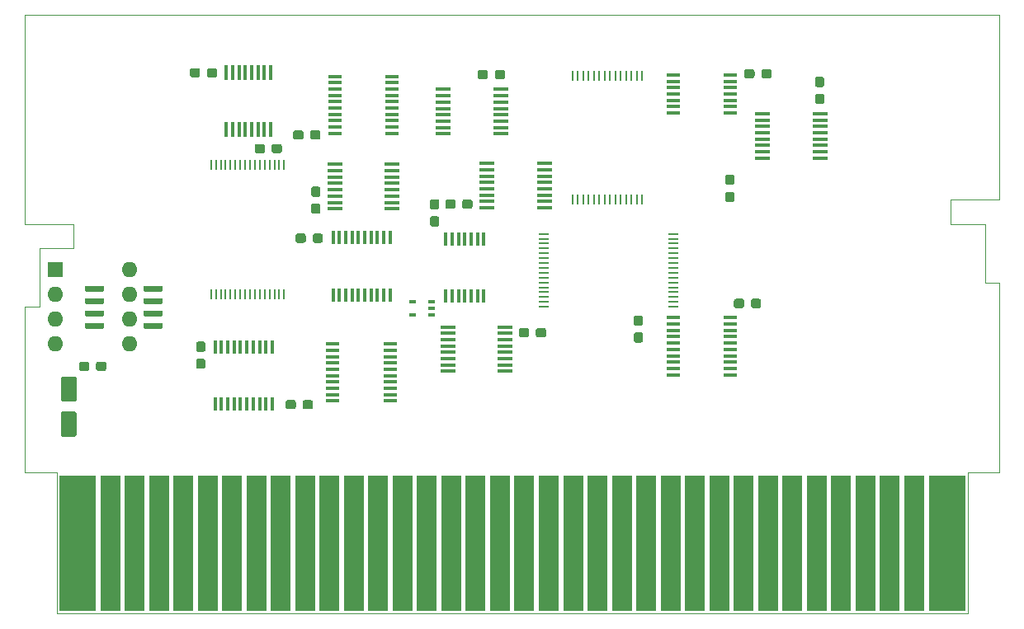
<source format=gbr>
G04 #@! TF.GenerationSoftware,KiCad,Pcbnew,5.1.5+dfsg1-2build2*
G04 #@! TF.CreationDate,2023-04-13T22:50:12-05:00*
G04 #@! TF.ProjectId,cart,63617274-2e6b-4696-9361-645f70636258,rev?*
G04 #@! TF.SameCoordinates,Original*
G04 #@! TF.FileFunction,Soldermask,Top*
G04 #@! TF.FilePolarity,Negative*
%FSLAX46Y46*%
G04 Gerber Fmt 4.6, Leading zero omitted, Abs format (unit mm)*
G04 Created by KiCad (PCBNEW 5.1.5+dfsg1-2build2) date 2023-04-13 22:50:12*
%MOMM*%
%LPD*%
G04 APERTURE LIST*
%ADD10C,0.100000*%
%ADD11R,0.270000X1.100000*%
%ADD12R,1.500000X0.450000*%
%ADD13R,1.100000X0.270000*%
%ADD14R,0.450000X1.450000*%
%ADD15R,1.450000X0.450000*%
%ADD16R,3.750000X14.000000*%
%ADD17R,2.000000X14.000000*%
%ADD18R,1.600000X1.600000*%
%ADD19O,1.600000X1.600000*%
%ADD20R,0.650000X0.400000*%
%ADD21R,0.450000X1.500000*%
G04 APERTURE END LIST*
D10*
X91650000Y-85900000D02*
X191650000Y-85900000D01*
X91650000Y-107350000D02*
X91650000Y-85900000D01*
X96650000Y-107350000D02*
X91650000Y-107350000D01*
X96650000Y-109850000D02*
X96650000Y-107350000D01*
X93150000Y-109850000D02*
X96650000Y-109850000D01*
X93150000Y-115850000D02*
X93150000Y-109850000D01*
X91650000Y-115850000D02*
X93150000Y-115850000D01*
X91650000Y-132850000D02*
X91650000Y-115850000D01*
X191650000Y-113350000D02*
X191650000Y-132850000D01*
X190150000Y-113350000D02*
X191650000Y-113350000D01*
X190150000Y-107350000D02*
X190150000Y-113350000D01*
X186650000Y-107350000D02*
X190150000Y-107350000D01*
X186650000Y-104850000D02*
X186650000Y-107350000D01*
X191650000Y-104850000D02*
X186650000Y-104850000D01*
X191650000Y-85900000D02*
X191650000Y-104850000D01*
X94900000Y-132850000D02*
X91650000Y-132850000D01*
X94900000Y-147350000D02*
X94900000Y-132850000D01*
X188400000Y-147350000D02*
X94900000Y-147350000D01*
X188400000Y-132850000D02*
X188400000Y-147350000D01*
X191650000Y-132850000D02*
X188400000Y-132850000D01*
D11*
X147825000Y-92150000D03*
X147825000Y-104850000D03*
X148375000Y-92150000D03*
X148375000Y-104850000D03*
X148925000Y-92150000D03*
X148925000Y-104850000D03*
X149475000Y-92150000D03*
X149475000Y-104850000D03*
X150025000Y-92150000D03*
X150025000Y-104850000D03*
X150575000Y-92150000D03*
X150575000Y-104850000D03*
X151125000Y-92150000D03*
X151125000Y-104850000D03*
X151675000Y-92150000D03*
X151675000Y-104850000D03*
X152225000Y-92150000D03*
X152225000Y-104850000D03*
X152775000Y-92150000D03*
X152775000Y-104850000D03*
X153325000Y-92150000D03*
X153325000Y-104850000D03*
X153875000Y-92150000D03*
X153875000Y-104850000D03*
X154425000Y-92150000D03*
X154425000Y-104850000D03*
X154975000Y-92150000D03*
X154975000Y-104850000D03*
D12*
X139050000Y-101125000D03*
X139050000Y-101775000D03*
X139050000Y-102425000D03*
X139050000Y-103075000D03*
X139050000Y-103725000D03*
X139050000Y-104375000D03*
X139050000Y-105025000D03*
X139050000Y-105675000D03*
X144950000Y-105675000D03*
X144950000Y-105025000D03*
X144950000Y-104375000D03*
X144950000Y-103725000D03*
X144950000Y-103075000D03*
X144950000Y-102425000D03*
X144950000Y-101775000D03*
X144950000Y-101125000D03*
D13*
X144850000Y-115850000D03*
X158150000Y-115850000D03*
X144850000Y-115350000D03*
X158150000Y-115350000D03*
X144850000Y-114850000D03*
X158150000Y-114850000D03*
X144850000Y-114350000D03*
X158150000Y-114350000D03*
X144850000Y-113850000D03*
X158150000Y-113850000D03*
X144850000Y-113350000D03*
X158150000Y-113350000D03*
X144850000Y-112850000D03*
X158150000Y-112850000D03*
X144850000Y-112350000D03*
X158150000Y-112350000D03*
X144850000Y-111850000D03*
X158150000Y-111850000D03*
X144850000Y-111350000D03*
X158150000Y-111350000D03*
X144850000Y-110850000D03*
X158150000Y-110850000D03*
X144850000Y-110350000D03*
X158150000Y-110350000D03*
X144850000Y-109850000D03*
X158150000Y-109850000D03*
X144850000Y-109350000D03*
X158150000Y-109350000D03*
X144850000Y-108850000D03*
X158150000Y-108850000D03*
X144850000Y-108350000D03*
X158150000Y-108350000D03*
D10*
G36*
X99639703Y-113695722D02*
G01*
X99654264Y-113697882D01*
X99668543Y-113701459D01*
X99682403Y-113706418D01*
X99695710Y-113712712D01*
X99708336Y-113720280D01*
X99720159Y-113729048D01*
X99731066Y-113738934D01*
X99740952Y-113749841D01*
X99749720Y-113761664D01*
X99757288Y-113774290D01*
X99763582Y-113787597D01*
X99768541Y-113801457D01*
X99772118Y-113815736D01*
X99774278Y-113830297D01*
X99775000Y-113845000D01*
X99775000Y-114145000D01*
X99774278Y-114159703D01*
X99772118Y-114174264D01*
X99768541Y-114188543D01*
X99763582Y-114202403D01*
X99757288Y-114215710D01*
X99749720Y-114228336D01*
X99740952Y-114240159D01*
X99731066Y-114251066D01*
X99720159Y-114260952D01*
X99708336Y-114269720D01*
X99695710Y-114277288D01*
X99682403Y-114283582D01*
X99668543Y-114288541D01*
X99654264Y-114292118D01*
X99639703Y-114294278D01*
X99625000Y-114295000D01*
X97975000Y-114295000D01*
X97960297Y-114294278D01*
X97945736Y-114292118D01*
X97931457Y-114288541D01*
X97917597Y-114283582D01*
X97904290Y-114277288D01*
X97891664Y-114269720D01*
X97879841Y-114260952D01*
X97868934Y-114251066D01*
X97859048Y-114240159D01*
X97850280Y-114228336D01*
X97842712Y-114215710D01*
X97836418Y-114202403D01*
X97831459Y-114188543D01*
X97827882Y-114174264D01*
X97825722Y-114159703D01*
X97825000Y-114145000D01*
X97825000Y-113845000D01*
X97825722Y-113830297D01*
X97827882Y-113815736D01*
X97831459Y-113801457D01*
X97836418Y-113787597D01*
X97842712Y-113774290D01*
X97850280Y-113761664D01*
X97859048Y-113749841D01*
X97868934Y-113738934D01*
X97879841Y-113729048D01*
X97891664Y-113720280D01*
X97904290Y-113712712D01*
X97917597Y-113706418D01*
X97931457Y-113701459D01*
X97945736Y-113697882D01*
X97960297Y-113695722D01*
X97975000Y-113695000D01*
X99625000Y-113695000D01*
X99639703Y-113695722D01*
G37*
G36*
X99639703Y-114965722D02*
G01*
X99654264Y-114967882D01*
X99668543Y-114971459D01*
X99682403Y-114976418D01*
X99695710Y-114982712D01*
X99708336Y-114990280D01*
X99720159Y-114999048D01*
X99731066Y-115008934D01*
X99740952Y-115019841D01*
X99749720Y-115031664D01*
X99757288Y-115044290D01*
X99763582Y-115057597D01*
X99768541Y-115071457D01*
X99772118Y-115085736D01*
X99774278Y-115100297D01*
X99775000Y-115115000D01*
X99775000Y-115415000D01*
X99774278Y-115429703D01*
X99772118Y-115444264D01*
X99768541Y-115458543D01*
X99763582Y-115472403D01*
X99757288Y-115485710D01*
X99749720Y-115498336D01*
X99740952Y-115510159D01*
X99731066Y-115521066D01*
X99720159Y-115530952D01*
X99708336Y-115539720D01*
X99695710Y-115547288D01*
X99682403Y-115553582D01*
X99668543Y-115558541D01*
X99654264Y-115562118D01*
X99639703Y-115564278D01*
X99625000Y-115565000D01*
X97975000Y-115565000D01*
X97960297Y-115564278D01*
X97945736Y-115562118D01*
X97931457Y-115558541D01*
X97917597Y-115553582D01*
X97904290Y-115547288D01*
X97891664Y-115539720D01*
X97879841Y-115530952D01*
X97868934Y-115521066D01*
X97859048Y-115510159D01*
X97850280Y-115498336D01*
X97842712Y-115485710D01*
X97836418Y-115472403D01*
X97831459Y-115458543D01*
X97827882Y-115444264D01*
X97825722Y-115429703D01*
X97825000Y-115415000D01*
X97825000Y-115115000D01*
X97825722Y-115100297D01*
X97827882Y-115085736D01*
X97831459Y-115071457D01*
X97836418Y-115057597D01*
X97842712Y-115044290D01*
X97850280Y-115031664D01*
X97859048Y-115019841D01*
X97868934Y-115008934D01*
X97879841Y-114999048D01*
X97891664Y-114990280D01*
X97904290Y-114982712D01*
X97917597Y-114976418D01*
X97931457Y-114971459D01*
X97945736Y-114967882D01*
X97960297Y-114965722D01*
X97975000Y-114965000D01*
X99625000Y-114965000D01*
X99639703Y-114965722D01*
G37*
G36*
X99639703Y-116235722D02*
G01*
X99654264Y-116237882D01*
X99668543Y-116241459D01*
X99682403Y-116246418D01*
X99695710Y-116252712D01*
X99708336Y-116260280D01*
X99720159Y-116269048D01*
X99731066Y-116278934D01*
X99740952Y-116289841D01*
X99749720Y-116301664D01*
X99757288Y-116314290D01*
X99763582Y-116327597D01*
X99768541Y-116341457D01*
X99772118Y-116355736D01*
X99774278Y-116370297D01*
X99775000Y-116385000D01*
X99775000Y-116685000D01*
X99774278Y-116699703D01*
X99772118Y-116714264D01*
X99768541Y-116728543D01*
X99763582Y-116742403D01*
X99757288Y-116755710D01*
X99749720Y-116768336D01*
X99740952Y-116780159D01*
X99731066Y-116791066D01*
X99720159Y-116800952D01*
X99708336Y-116809720D01*
X99695710Y-116817288D01*
X99682403Y-116823582D01*
X99668543Y-116828541D01*
X99654264Y-116832118D01*
X99639703Y-116834278D01*
X99625000Y-116835000D01*
X97975000Y-116835000D01*
X97960297Y-116834278D01*
X97945736Y-116832118D01*
X97931457Y-116828541D01*
X97917597Y-116823582D01*
X97904290Y-116817288D01*
X97891664Y-116809720D01*
X97879841Y-116800952D01*
X97868934Y-116791066D01*
X97859048Y-116780159D01*
X97850280Y-116768336D01*
X97842712Y-116755710D01*
X97836418Y-116742403D01*
X97831459Y-116728543D01*
X97827882Y-116714264D01*
X97825722Y-116699703D01*
X97825000Y-116685000D01*
X97825000Y-116385000D01*
X97825722Y-116370297D01*
X97827882Y-116355736D01*
X97831459Y-116341457D01*
X97836418Y-116327597D01*
X97842712Y-116314290D01*
X97850280Y-116301664D01*
X97859048Y-116289841D01*
X97868934Y-116278934D01*
X97879841Y-116269048D01*
X97891664Y-116260280D01*
X97904290Y-116252712D01*
X97917597Y-116246418D01*
X97931457Y-116241459D01*
X97945736Y-116237882D01*
X97960297Y-116235722D01*
X97975000Y-116235000D01*
X99625000Y-116235000D01*
X99639703Y-116235722D01*
G37*
G36*
X99639703Y-117500722D02*
G01*
X99654264Y-117502882D01*
X99668543Y-117506459D01*
X99682403Y-117511418D01*
X99695710Y-117517712D01*
X99708336Y-117525280D01*
X99720159Y-117534048D01*
X99731066Y-117543934D01*
X99740952Y-117554841D01*
X99749720Y-117566664D01*
X99757288Y-117579290D01*
X99763582Y-117592597D01*
X99768541Y-117606457D01*
X99772118Y-117620736D01*
X99774278Y-117635297D01*
X99775000Y-117650000D01*
X99775000Y-117950000D01*
X99774278Y-117964703D01*
X99772118Y-117979264D01*
X99768541Y-117993543D01*
X99763582Y-118007403D01*
X99757288Y-118020710D01*
X99749720Y-118033336D01*
X99740952Y-118045159D01*
X99731066Y-118056066D01*
X99720159Y-118065952D01*
X99708336Y-118074720D01*
X99695710Y-118082288D01*
X99682403Y-118088582D01*
X99668543Y-118093541D01*
X99654264Y-118097118D01*
X99639703Y-118099278D01*
X99625000Y-118100000D01*
X97975000Y-118100000D01*
X97960297Y-118099278D01*
X97945736Y-118097118D01*
X97931457Y-118093541D01*
X97917597Y-118088582D01*
X97904290Y-118082288D01*
X97891664Y-118074720D01*
X97879841Y-118065952D01*
X97868934Y-118056066D01*
X97859048Y-118045159D01*
X97850280Y-118033336D01*
X97842712Y-118020710D01*
X97836418Y-118007403D01*
X97831459Y-117993543D01*
X97827882Y-117979264D01*
X97825722Y-117964703D01*
X97825000Y-117950000D01*
X97825000Y-117650000D01*
X97825722Y-117635297D01*
X97827882Y-117620736D01*
X97831459Y-117606457D01*
X97836418Y-117592597D01*
X97842712Y-117579290D01*
X97850280Y-117566664D01*
X97859048Y-117554841D01*
X97868934Y-117543934D01*
X97879841Y-117534048D01*
X97891664Y-117525280D01*
X97904290Y-117517712D01*
X97917597Y-117511418D01*
X97931457Y-117506459D01*
X97945736Y-117502882D01*
X97960297Y-117500722D01*
X97975000Y-117500000D01*
X99625000Y-117500000D01*
X99639703Y-117500722D01*
G37*
G36*
X105639703Y-117500722D02*
G01*
X105654264Y-117502882D01*
X105668543Y-117506459D01*
X105682403Y-117511418D01*
X105695710Y-117517712D01*
X105708336Y-117525280D01*
X105720159Y-117534048D01*
X105731066Y-117543934D01*
X105740952Y-117554841D01*
X105749720Y-117566664D01*
X105757288Y-117579290D01*
X105763582Y-117592597D01*
X105768541Y-117606457D01*
X105772118Y-117620736D01*
X105774278Y-117635297D01*
X105775000Y-117650000D01*
X105775000Y-117950000D01*
X105774278Y-117964703D01*
X105772118Y-117979264D01*
X105768541Y-117993543D01*
X105763582Y-118007403D01*
X105757288Y-118020710D01*
X105749720Y-118033336D01*
X105740952Y-118045159D01*
X105731066Y-118056066D01*
X105720159Y-118065952D01*
X105708336Y-118074720D01*
X105695710Y-118082288D01*
X105682403Y-118088582D01*
X105668543Y-118093541D01*
X105654264Y-118097118D01*
X105639703Y-118099278D01*
X105625000Y-118100000D01*
X103975000Y-118100000D01*
X103960297Y-118099278D01*
X103945736Y-118097118D01*
X103931457Y-118093541D01*
X103917597Y-118088582D01*
X103904290Y-118082288D01*
X103891664Y-118074720D01*
X103879841Y-118065952D01*
X103868934Y-118056066D01*
X103859048Y-118045159D01*
X103850280Y-118033336D01*
X103842712Y-118020710D01*
X103836418Y-118007403D01*
X103831459Y-117993543D01*
X103827882Y-117979264D01*
X103825722Y-117964703D01*
X103825000Y-117950000D01*
X103825000Y-117650000D01*
X103825722Y-117635297D01*
X103827882Y-117620736D01*
X103831459Y-117606457D01*
X103836418Y-117592597D01*
X103842712Y-117579290D01*
X103850280Y-117566664D01*
X103859048Y-117554841D01*
X103868934Y-117543934D01*
X103879841Y-117534048D01*
X103891664Y-117525280D01*
X103904290Y-117517712D01*
X103917597Y-117511418D01*
X103931457Y-117506459D01*
X103945736Y-117502882D01*
X103960297Y-117500722D01*
X103975000Y-117500000D01*
X105625000Y-117500000D01*
X105639703Y-117500722D01*
G37*
G36*
X105639703Y-116235722D02*
G01*
X105654264Y-116237882D01*
X105668543Y-116241459D01*
X105682403Y-116246418D01*
X105695710Y-116252712D01*
X105708336Y-116260280D01*
X105720159Y-116269048D01*
X105731066Y-116278934D01*
X105740952Y-116289841D01*
X105749720Y-116301664D01*
X105757288Y-116314290D01*
X105763582Y-116327597D01*
X105768541Y-116341457D01*
X105772118Y-116355736D01*
X105774278Y-116370297D01*
X105775000Y-116385000D01*
X105775000Y-116685000D01*
X105774278Y-116699703D01*
X105772118Y-116714264D01*
X105768541Y-116728543D01*
X105763582Y-116742403D01*
X105757288Y-116755710D01*
X105749720Y-116768336D01*
X105740952Y-116780159D01*
X105731066Y-116791066D01*
X105720159Y-116800952D01*
X105708336Y-116809720D01*
X105695710Y-116817288D01*
X105682403Y-116823582D01*
X105668543Y-116828541D01*
X105654264Y-116832118D01*
X105639703Y-116834278D01*
X105625000Y-116835000D01*
X103975000Y-116835000D01*
X103960297Y-116834278D01*
X103945736Y-116832118D01*
X103931457Y-116828541D01*
X103917597Y-116823582D01*
X103904290Y-116817288D01*
X103891664Y-116809720D01*
X103879841Y-116800952D01*
X103868934Y-116791066D01*
X103859048Y-116780159D01*
X103850280Y-116768336D01*
X103842712Y-116755710D01*
X103836418Y-116742403D01*
X103831459Y-116728543D01*
X103827882Y-116714264D01*
X103825722Y-116699703D01*
X103825000Y-116685000D01*
X103825000Y-116385000D01*
X103825722Y-116370297D01*
X103827882Y-116355736D01*
X103831459Y-116341457D01*
X103836418Y-116327597D01*
X103842712Y-116314290D01*
X103850280Y-116301664D01*
X103859048Y-116289841D01*
X103868934Y-116278934D01*
X103879841Y-116269048D01*
X103891664Y-116260280D01*
X103904290Y-116252712D01*
X103917597Y-116246418D01*
X103931457Y-116241459D01*
X103945736Y-116237882D01*
X103960297Y-116235722D01*
X103975000Y-116235000D01*
X105625000Y-116235000D01*
X105639703Y-116235722D01*
G37*
G36*
X105639703Y-114965722D02*
G01*
X105654264Y-114967882D01*
X105668543Y-114971459D01*
X105682403Y-114976418D01*
X105695710Y-114982712D01*
X105708336Y-114990280D01*
X105720159Y-114999048D01*
X105731066Y-115008934D01*
X105740952Y-115019841D01*
X105749720Y-115031664D01*
X105757288Y-115044290D01*
X105763582Y-115057597D01*
X105768541Y-115071457D01*
X105772118Y-115085736D01*
X105774278Y-115100297D01*
X105775000Y-115115000D01*
X105775000Y-115415000D01*
X105774278Y-115429703D01*
X105772118Y-115444264D01*
X105768541Y-115458543D01*
X105763582Y-115472403D01*
X105757288Y-115485710D01*
X105749720Y-115498336D01*
X105740952Y-115510159D01*
X105731066Y-115521066D01*
X105720159Y-115530952D01*
X105708336Y-115539720D01*
X105695710Y-115547288D01*
X105682403Y-115553582D01*
X105668543Y-115558541D01*
X105654264Y-115562118D01*
X105639703Y-115564278D01*
X105625000Y-115565000D01*
X103975000Y-115565000D01*
X103960297Y-115564278D01*
X103945736Y-115562118D01*
X103931457Y-115558541D01*
X103917597Y-115553582D01*
X103904290Y-115547288D01*
X103891664Y-115539720D01*
X103879841Y-115530952D01*
X103868934Y-115521066D01*
X103859048Y-115510159D01*
X103850280Y-115498336D01*
X103842712Y-115485710D01*
X103836418Y-115472403D01*
X103831459Y-115458543D01*
X103827882Y-115444264D01*
X103825722Y-115429703D01*
X103825000Y-115415000D01*
X103825000Y-115115000D01*
X103825722Y-115100297D01*
X103827882Y-115085736D01*
X103831459Y-115071457D01*
X103836418Y-115057597D01*
X103842712Y-115044290D01*
X103850280Y-115031664D01*
X103859048Y-115019841D01*
X103868934Y-115008934D01*
X103879841Y-114999048D01*
X103891664Y-114990280D01*
X103904290Y-114982712D01*
X103917597Y-114976418D01*
X103931457Y-114971459D01*
X103945736Y-114967882D01*
X103960297Y-114965722D01*
X103975000Y-114965000D01*
X105625000Y-114965000D01*
X105639703Y-114965722D01*
G37*
G36*
X105639703Y-113695722D02*
G01*
X105654264Y-113697882D01*
X105668543Y-113701459D01*
X105682403Y-113706418D01*
X105695710Y-113712712D01*
X105708336Y-113720280D01*
X105720159Y-113729048D01*
X105731066Y-113738934D01*
X105740952Y-113749841D01*
X105749720Y-113761664D01*
X105757288Y-113774290D01*
X105763582Y-113787597D01*
X105768541Y-113801457D01*
X105772118Y-113815736D01*
X105774278Y-113830297D01*
X105775000Y-113845000D01*
X105775000Y-114145000D01*
X105774278Y-114159703D01*
X105772118Y-114174264D01*
X105768541Y-114188543D01*
X105763582Y-114202403D01*
X105757288Y-114215710D01*
X105749720Y-114228336D01*
X105740952Y-114240159D01*
X105731066Y-114251066D01*
X105720159Y-114260952D01*
X105708336Y-114269720D01*
X105695710Y-114277288D01*
X105682403Y-114283582D01*
X105668543Y-114288541D01*
X105654264Y-114292118D01*
X105639703Y-114294278D01*
X105625000Y-114295000D01*
X103975000Y-114295000D01*
X103960297Y-114294278D01*
X103945736Y-114292118D01*
X103931457Y-114288541D01*
X103917597Y-114283582D01*
X103904290Y-114277288D01*
X103891664Y-114269720D01*
X103879841Y-114260952D01*
X103868934Y-114251066D01*
X103859048Y-114240159D01*
X103850280Y-114228336D01*
X103842712Y-114215710D01*
X103836418Y-114202403D01*
X103831459Y-114188543D01*
X103827882Y-114174264D01*
X103825722Y-114159703D01*
X103825000Y-114145000D01*
X103825000Y-113845000D01*
X103825722Y-113830297D01*
X103827882Y-113815736D01*
X103831459Y-113801457D01*
X103836418Y-113787597D01*
X103842712Y-113774290D01*
X103850280Y-113761664D01*
X103859048Y-113749841D01*
X103868934Y-113738934D01*
X103879841Y-113729048D01*
X103891664Y-113720280D01*
X103904290Y-113712712D01*
X103917597Y-113706418D01*
X103931457Y-113701459D01*
X103945736Y-113697882D01*
X103960297Y-113695722D01*
X103975000Y-113695000D01*
X105625000Y-113695000D01*
X105639703Y-113695722D01*
G37*
G36*
X98035779Y-121476144D02*
G01*
X98058834Y-121479563D01*
X98081443Y-121485227D01*
X98103387Y-121493079D01*
X98124457Y-121503044D01*
X98144448Y-121515026D01*
X98163168Y-121528910D01*
X98180438Y-121544562D01*
X98196090Y-121561832D01*
X98209974Y-121580552D01*
X98221956Y-121600543D01*
X98231921Y-121621613D01*
X98239773Y-121643557D01*
X98245437Y-121666166D01*
X98248856Y-121689221D01*
X98250000Y-121712500D01*
X98250000Y-122187500D01*
X98248856Y-122210779D01*
X98245437Y-122233834D01*
X98239773Y-122256443D01*
X98231921Y-122278387D01*
X98221956Y-122299457D01*
X98209974Y-122319448D01*
X98196090Y-122338168D01*
X98180438Y-122355438D01*
X98163168Y-122371090D01*
X98144448Y-122384974D01*
X98124457Y-122396956D01*
X98103387Y-122406921D01*
X98081443Y-122414773D01*
X98058834Y-122420437D01*
X98035779Y-122423856D01*
X98012500Y-122425000D01*
X97437500Y-122425000D01*
X97414221Y-122423856D01*
X97391166Y-122420437D01*
X97368557Y-122414773D01*
X97346613Y-122406921D01*
X97325543Y-122396956D01*
X97305552Y-122384974D01*
X97286832Y-122371090D01*
X97269562Y-122355438D01*
X97253910Y-122338168D01*
X97240026Y-122319448D01*
X97228044Y-122299457D01*
X97218079Y-122278387D01*
X97210227Y-122256443D01*
X97204563Y-122233834D01*
X97201144Y-122210779D01*
X97200000Y-122187500D01*
X97200000Y-121712500D01*
X97201144Y-121689221D01*
X97204563Y-121666166D01*
X97210227Y-121643557D01*
X97218079Y-121621613D01*
X97228044Y-121600543D01*
X97240026Y-121580552D01*
X97253910Y-121561832D01*
X97269562Y-121544562D01*
X97286832Y-121528910D01*
X97305552Y-121515026D01*
X97325543Y-121503044D01*
X97346613Y-121493079D01*
X97368557Y-121485227D01*
X97391166Y-121479563D01*
X97414221Y-121476144D01*
X97437500Y-121475000D01*
X98012500Y-121475000D01*
X98035779Y-121476144D01*
G37*
G36*
X99785779Y-121476144D02*
G01*
X99808834Y-121479563D01*
X99831443Y-121485227D01*
X99853387Y-121493079D01*
X99874457Y-121503044D01*
X99894448Y-121515026D01*
X99913168Y-121528910D01*
X99930438Y-121544562D01*
X99946090Y-121561832D01*
X99959974Y-121580552D01*
X99971956Y-121600543D01*
X99981921Y-121621613D01*
X99989773Y-121643557D01*
X99995437Y-121666166D01*
X99998856Y-121689221D01*
X100000000Y-121712500D01*
X100000000Y-122187500D01*
X99998856Y-122210779D01*
X99995437Y-122233834D01*
X99989773Y-122256443D01*
X99981921Y-122278387D01*
X99971956Y-122299457D01*
X99959974Y-122319448D01*
X99946090Y-122338168D01*
X99930438Y-122355438D01*
X99913168Y-122371090D01*
X99894448Y-122384974D01*
X99874457Y-122396956D01*
X99853387Y-122406921D01*
X99831443Y-122414773D01*
X99808834Y-122420437D01*
X99785779Y-122423856D01*
X99762500Y-122425000D01*
X99187500Y-122425000D01*
X99164221Y-122423856D01*
X99141166Y-122420437D01*
X99118557Y-122414773D01*
X99096613Y-122406921D01*
X99075543Y-122396956D01*
X99055552Y-122384974D01*
X99036832Y-122371090D01*
X99019562Y-122355438D01*
X99003910Y-122338168D01*
X98990026Y-122319448D01*
X98978044Y-122299457D01*
X98968079Y-122278387D01*
X98960227Y-122256443D01*
X98954563Y-122233834D01*
X98951144Y-122210779D01*
X98950000Y-122187500D01*
X98950000Y-121712500D01*
X98951144Y-121689221D01*
X98954563Y-121666166D01*
X98960227Y-121643557D01*
X98968079Y-121621613D01*
X98978044Y-121600543D01*
X98990026Y-121580552D01*
X99003910Y-121561832D01*
X99019562Y-121544562D01*
X99036832Y-121528910D01*
X99055552Y-121515026D01*
X99075543Y-121503044D01*
X99096613Y-121493079D01*
X99118557Y-121485227D01*
X99141166Y-121479563D01*
X99164221Y-121476144D01*
X99187500Y-121475000D01*
X99762500Y-121475000D01*
X99785779Y-121476144D01*
G37*
G36*
X120985779Y-125426144D02*
G01*
X121008834Y-125429563D01*
X121031443Y-125435227D01*
X121053387Y-125443079D01*
X121074457Y-125453044D01*
X121094448Y-125465026D01*
X121113168Y-125478910D01*
X121130438Y-125494562D01*
X121146090Y-125511832D01*
X121159974Y-125530552D01*
X121171956Y-125550543D01*
X121181921Y-125571613D01*
X121189773Y-125593557D01*
X121195437Y-125616166D01*
X121198856Y-125639221D01*
X121200000Y-125662500D01*
X121200000Y-126137500D01*
X121198856Y-126160779D01*
X121195437Y-126183834D01*
X121189773Y-126206443D01*
X121181921Y-126228387D01*
X121171956Y-126249457D01*
X121159974Y-126269448D01*
X121146090Y-126288168D01*
X121130438Y-126305438D01*
X121113168Y-126321090D01*
X121094448Y-126334974D01*
X121074457Y-126346956D01*
X121053387Y-126356921D01*
X121031443Y-126364773D01*
X121008834Y-126370437D01*
X120985779Y-126373856D01*
X120962500Y-126375000D01*
X120387500Y-126375000D01*
X120364221Y-126373856D01*
X120341166Y-126370437D01*
X120318557Y-126364773D01*
X120296613Y-126356921D01*
X120275543Y-126346956D01*
X120255552Y-126334974D01*
X120236832Y-126321090D01*
X120219562Y-126305438D01*
X120203910Y-126288168D01*
X120190026Y-126269448D01*
X120178044Y-126249457D01*
X120168079Y-126228387D01*
X120160227Y-126206443D01*
X120154563Y-126183834D01*
X120151144Y-126160779D01*
X120150000Y-126137500D01*
X120150000Y-125662500D01*
X120151144Y-125639221D01*
X120154563Y-125616166D01*
X120160227Y-125593557D01*
X120168079Y-125571613D01*
X120178044Y-125550543D01*
X120190026Y-125530552D01*
X120203910Y-125511832D01*
X120219562Y-125494562D01*
X120236832Y-125478910D01*
X120255552Y-125465026D01*
X120275543Y-125453044D01*
X120296613Y-125443079D01*
X120318557Y-125435227D01*
X120341166Y-125429563D01*
X120364221Y-125426144D01*
X120387500Y-125425000D01*
X120962500Y-125425000D01*
X120985779Y-125426144D01*
G37*
G36*
X119235779Y-125426144D02*
G01*
X119258834Y-125429563D01*
X119281443Y-125435227D01*
X119303387Y-125443079D01*
X119324457Y-125453044D01*
X119344448Y-125465026D01*
X119363168Y-125478910D01*
X119380438Y-125494562D01*
X119396090Y-125511832D01*
X119409974Y-125530552D01*
X119421956Y-125550543D01*
X119431921Y-125571613D01*
X119439773Y-125593557D01*
X119445437Y-125616166D01*
X119448856Y-125639221D01*
X119450000Y-125662500D01*
X119450000Y-126137500D01*
X119448856Y-126160779D01*
X119445437Y-126183834D01*
X119439773Y-126206443D01*
X119431921Y-126228387D01*
X119421956Y-126249457D01*
X119409974Y-126269448D01*
X119396090Y-126288168D01*
X119380438Y-126305438D01*
X119363168Y-126321090D01*
X119344448Y-126334974D01*
X119324457Y-126346956D01*
X119303387Y-126356921D01*
X119281443Y-126364773D01*
X119258834Y-126370437D01*
X119235779Y-126373856D01*
X119212500Y-126375000D01*
X118637500Y-126375000D01*
X118614221Y-126373856D01*
X118591166Y-126370437D01*
X118568557Y-126364773D01*
X118546613Y-126356921D01*
X118525543Y-126346956D01*
X118505552Y-126334974D01*
X118486832Y-126321090D01*
X118469562Y-126305438D01*
X118453910Y-126288168D01*
X118440026Y-126269448D01*
X118428044Y-126249457D01*
X118418079Y-126228387D01*
X118410227Y-126206443D01*
X118404563Y-126183834D01*
X118401144Y-126160779D01*
X118400000Y-126137500D01*
X118400000Y-125662500D01*
X118401144Y-125639221D01*
X118404563Y-125616166D01*
X118410227Y-125593557D01*
X118418079Y-125571613D01*
X118428044Y-125550543D01*
X118440026Y-125530552D01*
X118453910Y-125511832D01*
X118469562Y-125494562D01*
X118486832Y-125478910D01*
X118505552Y-125465026D01*
X118525543Y-125453044D01*
X118546613Y-125443079D01*
X118568557Y-125435227D01*
X118591166Y-125429563D01*
X118614221Y-125426144D01*
X118637500Y-125425000D01*
X119212500Y-125425000D01*
X119235779Y-125426144D01*
G37*
D14*
X111175000Y-119950000D03*
X111825000Y-119950000D03*
X112475000Y-119950000D03*
X113125000Y-119950000D03*
X113775000Y-119950000D03*
X114425000Y-119950000D03*
X115075000Y-119950000D03*
X115725000Y-119950000D03*
X116375000Y-119950000D03*
X117025000Y-119950000D03*
X117025000Y-125850000D03*
X116375000Y-125850000D03*
X115725000Y-125850000D03*
X115075000Y-125850000D03*
X114425000Y-125850000D03*
X113775000Y-125850000D03*
X113125000Y-125850000D03*
X112475000Y-125850000D03*
X111825000Y-125850000D03*
X111175000Y-125850000D03*
D12*
X140950000Y-117925000D03*
X140950000Y-118575000D03*
X140950000Y-119225000D03*
X140950000Y-119875000D03*
X140950000Y-120525000D03*
X140950000Y-121175000D03*
X140950000Y-121825000D03*
X140950000Y-122475000D03*
X135050000Y-122475000D03*
X135050000Y-121825000D03*
X135050000Y-121175000D03*
X135050000Y-120525000D03*
X135050000Y-119875000D03*
X135050000Y-119225000D03*
X135050000Y-118575000D03*
X135050000Y-117925000D03*
D15*
X129150000Y-125525000D03*
X129150000Y-124875000D03*
X129150000Y-124225000D03*
X129150000Y-123575000D03*
X129150000Y-122925000D03*
X129150000Y-122275000D03*
X129150000Y-121625000D03*
X129150000Y-120975000D03*
X129150000Y-120325000D03*
X129150000Y-119675000D03*
X123250000Y-119675000D03*
X123250000Y-120325000D03*
X123250000Y-120975000D03*
X123250000Y-121625000D03*
X123250000Y-122275000D03*
X123250000Y-122925000D03*
X123250000Y-123575000D03*
X123250000Y-124225000D03*
X123250000Y-124875000D03*
X123250000Y-125525000D03*
D14*
X138750000Y-114750000D03*
X138100000Y-114750000D03*
X137450000Y-114750000D03*
X136800000Y-114750000D03*
X136150000Y-114750000D03*
X135500000Y-114750000D03*
X134850000Y-114750000D03*
X134850000Y-108850000D03*
X135500000Y-108850000D03*
X136150000Y-108850000D03*
X136800000Y-108850000D03*
X137450000Y-108850000D03*
X138100000Y-108850000D03*
X138750000Y-108850000D03*
D11*
X118250000Y-114550000D03*
X118250000Y-101250000D03*
X117750000Y-114550000D03*
X117750000Y-101250000D03*
X117250000Y-114550000D03*
X117250000Y-101250000D03*
X116750000Y-114550000D03*
X116750000Y-101250000D03*
X116250000Y-114550000D03*
X116250000Y-101250000D03*
X115750000Y-114550000D03*
X115750000Y-101250000D03*
X115250000Y-114550000D03*
X115250000Y-101250000D03*
X114750000Y-114550000D03*
X114750000Y-101250000D03*
X114250000Y-114550000D03*
X114250000Y-101250000D03*
X113750000Y-114550000D03*
X113750000Y-101250000D03*
X113250000Y-114550000D03*
X113250000Y-101250000D03*
X112750000Y-114550000D03*
X112750000Y-101250000D03*
X112250000Y-114550000D03*
X112250000Y-101250000D03*
X111750000Y-114550000D03*
X111750000Y-101250000D03*
X111250000Y-114550000D03*
X111250000Y-101250000D03*
X110750000Y-114550000D03*
X110750000Y-101250000D03*
D16*
X186275000Y-140100000D03*
D17*
X182900000Y-140100000D03*
X180400000Y-140100000D03*
X177900000Y-140100000D03*
X175400000Y-140100000D03*
X172900000Y-140100000D03*
X170400000Y-140100000D03*
X167900000Y-140100000D03*
X165400000Y-140100000D03*
X162900000Y-140100000D03*
X160400000Y-140100000D03*
X157900000Y-140100000D03*
X155400000Y-140100000D03*
X152900000Y-140100000D03*
X150400000Y-140100000D03*
X147900000Y-140100000D03*
X145400000Y-140100000D03*
X142900000Y-140100000D03*
X140400000Y-140100000D03*
X137900000Y-140100000D03*
X135400000Y-140100000D03*
X132900000Y-140100000D03*
X130400000Y-140100000D03*
X127900000Y-140100000D03*
X125400000Y-140100000D03*
X122900000Y-140100000D03*
X120400000Y-140100000D03*
X117900000Y-140100000D03*
X115400000Y-140100000D03*
X112900000Y-140100000D03*
X110400000Y-140100000D03*
X107900000Y-140100000D03*
X105400000Y-140100000D03*
X102900000Y-140100000D03*
X100400000Y-140100000D03*
D16*
X97025000Y-140100000D03*
D10*
G36*
X144910779Y-118026144D02*
G01*
X144933834Y-118029563D01*
X144956443Y-118035227D01*
X144978387Y-118043079D01*
X144999457Y-118053044D01*
X145019448Y-118065026D01*
X145038168Y-118078910D01*
X145055438Y-118094562D01*
X145071090Y-118111832D01*
X145084974Y-118130552D01*
X145096956Y-118150543D01*
X145106921Y-118171613D01*
X145114773Y-118193557D01*
X145120437Y-118216166D01*
X145123856Y-118239221D01*
X145125000Y-118262500D01*
X145125000Y-118737500D01*
X145123856Y-118760779D01*
X145120437Y-118783834D01*
X145114773Y-118806443D01*
X145106921Y-118828387D01*
X145096956Y-118849457D01*
X145084974Y-118869448D01*
X145071090Y-118888168D01*
X145055438Y-118905438D01*
X145038168Y-118921090D01*
X145019448Y-118934974D01*
X144999457Y-118946956D01*
X144978387Y-118956921D01*
X144956443Y-118964773D01*
X144933834Y-118970437D01*
X144910779Y-118973856D01*
X144887500Y-118975000D01*
X144312500Y-118975000D01*
X144289221Y-118973856D01*
X144266166Y-118970437D01*
X144243557Y-118964773D01*
X144221613Y-118956921D01*
X144200543Y-118946956D01*
X144180552Y-118934974D01*
X144161832Y-118921090D01*
X144144562Y-118905438D01*
X144128910Y-118888168D01*
X144115026Y-118869448D01*
X144103044Y-118849457D01*
X144093079Y-118828387D01*
X144085227Y-118806443D01*
X144079563Y-118783834D01*
X144076144Y-118760779D01*
X144075000Y-118737500D01*
X144075000Y-118262500D01*
X144076144Y-118239221D01*
X144079563Y-118216166D01*
X144085227Y-118193557D01*
X144093079Y-118171613D01*
X144103044Y-118150543D01*
X144115026Y-118130552D01*
X144128910Y-118111832D01*
X144144562Y-118094562D01*
X144161832Y-118078910D01*
X144180552Y-118065026D01*
X144200543Y-118053044D01*
X144221613Y-118043079D01*
X144243557Y-118035227D01*
X144266166Y-118029563D01*
X144289221Y-118026144D01*
X144312500Y-118025000D01*
X144887500Y-118025000D01*
X144910779Y-118026144D01*
G37*
G36*
X143160779Y-118026144D02*
G01*
X143183834Y-118029563D01*
X143206443Y-118035227D01*
X143228387Y-118043079D01*
X143249457Y-118053044D01*
X143269448Y-118065026D01*
X143288168Y-118078910D01*
X143305438Y-118094562D01*
X143321090Y-118111832D01*
X143334974Y-118130552D01*
X143346956Y-118150543D01*
X143356921Y-118171613D01*
X143364773Y-118193557D01*
X143370437Y-118216166D01*
X143373856Y-118239221D01*
X143375000Y-118262500D01*
X143375000Y-118737500D01*
X143373856Y-118760779D01*
X143370437Y-118783834D01*
X143364773Y-118806443D01*
X143356921Y-118828387D01*
X143346956Y-118849457D01*
X143334974Y-118869448D01*
X143321090Y-118888168D01*
X143305438Y-118905438D01*
X143288168Y-118921090D01*
X143269448Y-118934974D01*
X143249457Y-118946956D01*
X143228387Y-118956921D01*
X143206443Y-118964773D01*
X143183834Y-118970437D01*
X143160779Y-118973856D01*
X143137500Y-118975000D01*
X142562500Y-118975000D01*
X142539221Y-118973856D01*
X142516166Y-118970437D01*
X142493557Y-118964773D01*
X142471613Y-118956921D01*
X142450543Y-118946956D01*
X142430552Y-118934974D01*
X142411832Y-118921090D01*
X142394562Y-118905438D01*
X142378910Y-118888168D01*
X142365026Y-118869448D01*
X142353044Y-118849457D01*
X142343079Y-118828387D01*
X142335227Y-118806443D01*
X142329563Y-118783834D01*
X142326144Y-118760779D01*
X142325000Y-118737500D01*
X142325000Y-118262500D01*
X142326144Y-118239221D01*
X142329563Y-118216166D01*
X142335227Y-118193557D01*
X142343079Y-118171613D01*
X142353044Y-118150543D01*
X142365026Y-118130552D01*
X142378910Y-118111832D01*
X142394562Y-118094562D01*
X142411832Y-118078910D01*
X142430552Y-118065026D01*
X142450543Y-118053044D01*
X142471613Y-118043079D01*
X142493557Y-118035227D01*
X142516166Y-118029563D01*
X142539221Y-118026144D01*
X142562500Y-118025000D01*
X143137500Y-118025000D01*
X143160779Y-118026144D01*
G37*
G36*
X120010779Y-97726144D02*
G01*
X120033834Y-97729563D01*
X120056443Y-97735227D01*
X120078387Y-97743079D01*
X120099457Y-97753044D01*
X120119448Y-97765026D01*
X120138168Y-97778910D01*
X120155438Y-97794562D01*
X120171090Y-97811832D01*
X120184974Y-97830552D01*
X120196956Y-97850543D01*
X120206921Y-97871613D01*
X120214773Y-97893557D01*
X120220437Y-97916166D01*
X120223856Y-97939221D01*
X120225000Y-97962500D01*
X120225000Y-98437500D01*
X120223856Y-98460779D01*
X120220437Y-98483834D01*
X120214773Y-98506443D01*
X120206921Y-98528387D01*
X120196956Y-98549457D01*
X120184974Y-98569448D01*
X120171090Y-98588168D01*
X120155438Y-98605438D01*
X120138168Y-98621090D01*
X120119448Y-98634974D01*
X120099457Y-98646956D01*
X120078387Y-98656921D01*
X120056443Y-98664773D01*
X120033834Y-98670437D01*
X120010779Y-98673856D01*
X119987500Y-98675000D01*
X119412500Y-98675000D01*
X119389221Y-98673856D01*
X119366166Y-98670437D01*
X119343557Y-98664773D01*
X119321613Y-98656921D01*
X119300543Y-98646956D01*
X119280552Y-98634974D01*
X119261832Y-98621090D01*
X119244562Y-98605438D01*
X119228910Y-98588168D01*
X119215026Y-98569448D01*
X119203044Y-98549457D01*
X119193079Y-98528387D01*
X119185227Y-98506443D01*
X119179563Y-98483834D01*
X119176144Y-98460779D01*
X119175000Y-98437500D01*
X119175000Y-97962500D01*
X119176144Y-97939221D01*
X119179563Y-97916166D01*
X119185227Y-97893557D01*
X119193079Y-97871613D01*
X119203044Y-97850543D01*
X119215026Y-97830552D01*
X119228910Y-97811832D01*
X119244562Y-97794562D01*
X119261832Y-97778910D01*
X119280552Y-97765026D01*
X119300543Y-97753044D01*
X119321613Y-97743079D01*
X119343557Y-97735227D01*
X119366166Y-97729563D01*
X119389221Y-97726144D01*
X119412500Y-97725000D01*
X119987500Y-97725000D01*
X120010779Y-97726144D01*
G37*
G36*
X121760779Y-97726144D02*
G01*
X121783834Y-97729563D01*
X121806443Y-97735227D01*
X121828387Y-97743079D01*
X121849457Y-97753044D01*
X121869448Y-97765026D01*
X121888168Y-97778910D01*
X121905438Y-97794562D01*
X121921090Y-97811832D01*
X121934974Y-97830552D01*
X121946956Y-97850543D01*
X121956921Y-97871613D01*
X121964773Y-97893557D01*
X121970437Y-97916166D01*
X121973856Y-97939221D01*
X121975000Y-97962500D01*
X121975000Y-98437500D01*
X121973856Y-98460779D01*
X121970437Y-98483834D01*
X121964773Y-98506443D01*
X121956921Y-98528387D01*
X121946956Y-98549457D01*
X121934974Y-98569448D01*
X121921090Y-98588168D01*
X121905438Y-98605438D01*
X121888168Y-98621090D01*
X121869448Y-98634974D01*
X121849457Y-98646956D01*
X121828387Y-98656921D01*
X121806443Y-98664773D01*
X121783834Y-98670437D01*
X121760779Y-98673856D01*
X121737500Y-98675000D01*
X121162500Y-98675000D01*
X121139221Y-98673856D01*
X121116166Y-98670437D01*
X121093557Y-98664773D01*
X121071613Y-98656921D01*
X121050543Y-98646956D01*
X121030552Y-98634974D01*
X121011832Y-98621090D01*
X120994562Y-98605438D01*
X120978910Y-98588168D01*
X120965026Y-98569448D01*
X120953044Y-98549457D01*
X120943079Y-98528387D01*
X120935227Y-98506443D01*
X120929563Y-98483834D01*
X120926144Y-98460779D01*
X120925000Y-98437500D01*
X120925000Y-97962500D01*
X120926144Y-97939221D01*
X120929563Y-97916166D01*
X120935227Y-97893557D01*
X120943079Y-97871613D01*
X120953044Y-97850543D01*
X120965026Y-97830552D01*
X120978910Y-97811832D01*
X120994562Y-97794562D01*
X121011832Y-97778910D01*
X121030552Y-97765026D01*
X121050543Y-97753044D01*
X121071613Y-97743079D01*
X121093557Y-97735227D01*
X121116166Y-97729563D01*
X121139221Y-97726144D01*
X121162500Y-97725000D01*
X121737500Y-97725000D01*
X121760779Y-97726144D01*
G37*
G36*
X173460779Y-92226144D02*
G01*
X173483834Y-92229563D01*
X173506443Y-92235227D01*
X173528387Y-92243079D01*
X173549457Y-92253044D01*
X173569448Y-92265026D01*
X173588168Y-92278910D01*
X173605438Y-92294562D01*
X173621090Y-92311832D01*
X173634974Y-92330552D01*
X173646956Y-92350543D01*
X173656921Y-92371613D01*
X173664773Y-92393557D01*
X173670437Y-92416166D01*
X173673856Y-92439221D01*
X173675000Y-92462500D01*
X173675000Y-93037500D01*
X173673856Y-93060779D01*
X173670437Y-93083834D01*
X173664773Y-93106443D01*
X173656921Y-93128387D01*
X173646956Y-93149457D01*
X173634974Y-93169448D01*
X173621090Y-93188168D01*
X173605438Y-93205438D01*
X173588168Y-93221090D01*
X173569448Y-93234974D01*
X173549457Y-93246956D01*
X173528387Y-93256921D01*
X173506443Y-93264773D01*
X173483834Y-93270437D01*
X173460779Y-93273856D01*
X173437500Y-93275000D01*
X172962500Y-93275000D01*
X172939221Y-93273856D01*
X172916166Y-93270437D01*
X172893557Y-93264773D01*
X172871613Y-93256921D01*
X172850543Y-93246956D01*
X172830552Y-93234974D01*
X172811832Y-93221090D01*
X172794562Y-93205438D01*
X172778910Y-93188168D01*
X172765026Y-93169448D01*
X172753044Y-93149457D01*
X172743079Y-93128387D01*
X172735227Y-93106443D01*
X172729563Y-93083834D01*
X172726144Y-93060779D01*
X172725000Y-93037500D01*
X172725000Y-92462500D01*
X172726144Y-92439221D01*
X172729563Y-92416166D01*
X172735227Y-92393557D01*
X172743079Y-92371613D01*
X172753044Y-92350543D01*
X172765026Y-92330552D01*
X172778910Y-92311832D01*
X172794562Y-92294562D01*
X172811832Y-92278910D01*
X172830552Y-92265026D01*
X172850543Y-92253044D01*
X172871613Y-92243079D01*
X172893557Y-92235227D01*
X172916166Y-92229563D01*
X172939221Y-92226144D01*
X172962500Y-92225000D01*
X173437500Y-92225000D01*
X173460779Y-92226144D01*
G37*
G36*
X173460779Y-93976144D02*
G01*
X173483834Y-93979563D01*
X173506443Y-93985227D01*
X173528387Y-93993079D01*
X173549457Y-94003044D01*
X173569448Y-94015026D01*
X173588168Y-94028910D01*
X173605438Y-94044562D01*
X173621090Y-94061832D01*
X173634974Y-94080552D01*
X173646956Y-94100543D01*
X173656921Y-94121613D01*
X173664773Y-94143557D01*
X173670437Y-94166166D01*
X173673856Y-94189221D01*
X173675000Y-94212500D01*
X173675000Y-94787500D01*
X173673856Y-94810779D01*
X173670437Y-94833834D01*
X173664773Y-94856443D01*
X173656921Y-94878387D01*
X173646956Y-94899457D01*
X173634974Y-94919448D01*
X173621090Y-94938168D01*
X173605438Y-94955438D01*
X173588168Y-94971090D01*
X173569448Y-94984974D01*
X173549457Y-94996956D01*
X173528387Y-95006921D01*
X173506443Y-95014773D01*
X173483834Y-95020437D01*
X173460779Y-95023856D01*
X173437500Y-95025000D01*
X172962500Y-95025000D01*
X172939221Y-95023856D01*
X172916166Y-95020437D01*
X172893557Y-95014773D01*
X172871613Y-95006921D01*
X172850543Y-94996956D01*
X172830552Y-94984974D01*
X172811832Y-94971090D01*
X172794562Y-94955438D01*
X172778910Y-94938168D01*
X172765026Y-94919448D01*
X172753044Y-94899457D01*
X172743079Y-94878387D01*
X172735227Y-94856443D01*
X172729563Y-94833834D01*
X172726144Y-94810779D01*
X172725000Y-94787500D01*
X172725000Y-94212500D01*
X172726144Y-94189221D01*
X172729563Y-94166166D01*
X172735227Y-94143557D01*
X172743079Y-94121613D01*
X172753044Y-94100543D01*
X172765026Y-94080552D01*
X172778910Y-94061832D01*
X172794562Y-94044562D01*
X172811832Y-94028910D01*
X172830552Y-94015026D01*
X172850543Y-94003044D01*
X172871613Y-93993079D01*
X172893557Y-93985227D01*
X172916166Y-93979563D01*
X172939221Y-93976144D01*
X172962500Y-93975000D01*
X173437500Y-93975000D01*
X173460779Y-93976144D01*
G37*
G36*
X168060779Y-91426144D02*
G01*
X168083834Y-91429563D01*
X168106443Y-91435227D01*
X168128387Y-91443079D01*
X168149457Y-91453044D01*
X168169448Y-91465026D01*
X168188168Y-91478910D01*
X168205438Y-91494562D01*
X168221090Y-91511832D01*
X168234974Y-91530552D01*
X168246956Y-91550543D01*
X168256921Y-91571613D01*
X168264773Y-91593557D01*
X168270437Y-91616166D01*
X168273856Y-91639221D01*
X168275000Y-91662500D01*
X168275000Y-92137500D01*
X168273856Y-92160779D01*
X168270437Y-92183834D01*
X168264773Y-92206443D01*
X168256921Y-92228387D01*
X168246956Y-92249457D01*
X168234974Y-92269448D01*
X168221090Y-92288168D01*
X168205438Y-92305438D01*
X168188168Y-92321090D01*
X168169448Y-92334974D01*
X168149457Y-92346956D01*
X168128387Y-92356921D01*
X168106443Y-92364773D01*
X168083834Y-92370437D01*
X168060779Y-92373856D01*
X168037500Y-92375000D01*
X167462500Y-92375000D01*
X167439221Y-92373856D01*
X167416166Y-92370437D01*
X167393557Y-92364773D01*
X167371613Y-92356921D01*
X167350543Y-92346956D01*
X167330552Y-92334974D01*
X167311832Y-92321090D01*
X167294562Y-92305438D01*
X167278910Y-92288168D01*
X167265026Y-92269448D01*
X167253044Y-92249457D01*
X167243079Y-92228387D01*
X167235227Y-92206443D01*
X167229563Y-92183834D01*
X167226144Y-92160779D01*
X167225000Y-92137500D01*
X167225000Y-91662500D01*
X167226144Y-91639221D01*
X167229563Y-91616166D01*
X167235227Y-91593557D01*
X167243079Y-91571613D01*
X167253044Y-91550543D01*
X167265026Y-91530552D01*
X167278910Y-91511832D01*
X167294562Y-91494562D01*
X167311832Y-91478910D01*
X167330552Y-91465026D01*
X167350543Y-91453044D01*
X167371613Y-91443079D01*
X167393557Y-91435227D01*
X167416166Y-91429563D01*
X167439221Y-91426144D01*
X167462500Y-91425000D01*
X168037500Y-91425000D01*
X168060779Y-91426144D01*
G37*
G36*
X166310779Y-91426144D02*
G01*
X166333834Y-91429563D01*
X166356443Y-91435227D01*
X166378387Y-91443079D01*
X166399457Y-91453044D01*
X166419448Y-91465026D01*
X166438168Y-91478910D01*
X166455438Y-91494562D01*
X166471090Y-91511832D01*
X166484974Y-91530552D01*
X166496956Y-91550543D01*
X166506921Y-91571613D01*
X166514773Y-91593557D01*
X166520437Y-91616166D01*
X166523856Y-91639221D01*
X166525000Y-91662500D01*
X166525000Y-92137500D01*
X166523856Y-92160779D01*
X166520437Y-92183834D01*
X166514773Y-92206443D01*
X166506921Y-92228387D01*
X166496956Y-92249457D01*
X166484974Y-92269448D01*
X166471090Y-92288168D01*
X166455438Y-92305438D01*
X166438168Y-92321090D01*
X166419448Y-92334974D01*
X166399457Y-92346956D01*
X166378387Y-92356921D01*
X166356443Y-92364773D01*
X166333834Y-92370437D01*
X166310779Y-92373856D01*
X166287500Y-92375000D01*
X165712500Y-92375000D01*
X165689221Y-92373856D01*
X165666166Y-92370437D01*
X165643557Y-92364773D01*
X165621613Y-92356921D01*
X165600543Y-92346956D01*
X165580552Y-92334974D01*
X165561832Y-92321090D01*
X165544562Y-92305438D01*
X165528910Y-92288168D01*
X165515026Y-92269448D01*
X165503044Y-92249457D01*
X165493079Y-92228387D01*
X165485227Y-92206443D01*
X165479563Y-92183834D01*
X165476144Y-92160779D01*
X165475000Y-92137500D01*
X165475000Y-91662500D01*
X165476144Y-91639221D01*
X165479563Y-91616166D01*
X165485227Y-91593557D01*
X165493079Y-91571613D01*
X165503044Y-91550543D01*
X165515026Y-91530552D01*
X165528910Y-91511832D01*
X165544562Y-91494562D01*
X165561832Y-91478910D01*
X165580552Y-91465026D01*
X165600543Y-91453044D01*
X165621613Y-91443079D01*
X165643557Y-91435227D01*
X165666166Y-91429563D01*
X165689221Y-91426144D01*
X165712500Y-91425000D01*
X166287500Y-91425000D01*
X166310779Y-91426144D01*
G37*
G36*
X166985779Y-115026144D02*
G01*
X167008834Y-115029563D01*
X167031443Y-115035227D01*
X167053387Y-115043079D01*
X167074457Y-115053044D01*
X167094448Y-115065026D01*
X167113168Y-115078910D01*
X167130438Y-115094562D01*
X167146090Y-115111832D01*
X167159974Y-115130552D01*
X167171956Y-115150543D01*
X167181921Y-115171613D01*
X167189773Y-115193557D01*
X167195437Y-115216166D01*
X167198856Y-115239221D01*
X167200000Y-115262500D01*
X167200000Y-115737500D01*
X167198856Y-115760779D01*
X167195437Y-115783834D01*
X167189773Y-115806443D01*
X167181921Y-115828387D01*
X167171956Y-115849457D01*
X167159974Y-115869448D01*
X167146090Y-115888168D01*
X167130438Y-115905438D01*
X167113168Y-115921090D01*
X167094448Y-115934974D01*
X167074457Y-115946956D01*
X167053387Y-115956921D01*
X167031443Y-115964773D01*
X167008834Y-115970437D01*
X166985779Y-115973856D01*
X166962500Y-115975000D01*
X166387500Y-115975000D01*
X166364221Y-115973856D01*
X166341166Y-115970437D01*
X166318557Y-115964773D01*
X166296613Y-115956921D01*
X166275543Y-115946956D01*
X166255552Y-115934974D01*
X166236832Y-115921090D01*
X166219562Y-115905438D01*
X166203910Y-115888168D01*
X166190026Y-115869448D01*
X166178044Y-115849457D01*
X166168079Y-115828387D01*
X166160227Y-115806443D01*
X166154563Y-115783834D01*
X166151144Y-115760779D01*
X166150000Y-115737500D01*
X166150000Y-115262500D01*
X166151144Y-115239221D01*
X166154563Y-115216166D01*
X166160227Y-115193557D01*
X166168079Y-115171613D01*
X166178044Y-115150543D01*
X166190026Y-115130552D01*
X166203910Y-115111832D01*
X166219562Y-115094562D01*
X166236832Y-115078910D01*
X166255552Y-115065026D01*
X166275543Y-115053044D01*
X166296613Y-115043079D01*
X166318557Y-115035227D01*
X166341166Y-115029563D01*
X166364221Y-115026144D01*
X166387500Y-115025000D01*
X166962500Y-115025000D01*
X166985779Y-115026144D01*
G37*
G36*
X165235779Y-115026144D02*
G01*
X165258834Y-115029563D01*
X165281443Y-115035227D01*
X165303387Y-115043079D01*
X165324457Y-115053044D01*
X165344448Y-115065026D01*
X165363168Y-115078910D01*
X165380438Y-115094562D01*
X165396090Y-115111832D01*
X165409974Y-115130552D01*
X165421956Y-115150543D01*
X165431921Y-115171613D01*
X165439773Y-115193557D01*
X165445437Y-115216166D01*
X165448856Y-115239221D01*
X165450000Y-115262500D01*
X165450000Y-115737500D01*
X165448856Y-115760779D01*
X165445437Y-115783834D01*
X165439773Y-115806443D01*
X165431921Y-115828387D01*
X165421956Y-115849457D01*
X165409974Y-115869448D01*
X165396090Y-115888168D01*
X165380438Y-115905438D01*
X165363168Y-115921090D01*
X165344448Y-115934974D01*
X165324457Y-115946956D01*
X165303387Y-115956921D01*
X165281443Y-115964773D01*
X165258834Y-115970437D01*
X165235779Y-115973856D01*
X165212500Y-115975000D01*
X164637500Y-115975000D01*
X164614221Y-115973856D01*
X164591166Y-115970437D01*
X164568557Y-115964773D01*
X164546613Y-115956921D01*
X164525543Y-115946956D01*
X164505552Y-115934974D01*
X164486832Y-115921090D01*
X164469562Y-115905438D01*
X164453910Y-115888168D01*
X164440026Y-115869448D01*
X164428044Y-115849457D01*
X164418079Y-115828387D01*
X164410227Y-115806443D01*
X164404563Y-115783834D01*
X164401144Y-115760779D01*
X164400000Y-115737500D01*
X164400000Y-115262500D01*
X164401144Y-115239221D01*
X164404563Y-115216166D01*
X164410227Y-115193557D01*
X164418079Y-115171613D01*
X164428044Y-115150543D01*
X164440026Y-115130552D01*
X164453910Y-115111832D01*
X164469562Y-115094562D01*
X164486832Y-115078910D01*
X164505552Y-115065026D01*
X164525543Y-115053044D01*
X164546613Y-115043079D01*
X164568557Y-115035227D01*
X164591166Y-115029563D01*
X164614221Y-115026144D01*
X164637500Y-115025000D01*
X165212500Y-115025000D01*
X165235779Y-115026144D01*
G37*
G36*
X140710779Y-91526144D02*
G01*
X140733834Y-91529563D01*
X140756443Y-91535227D01*
X140778387Y-91543079D01*
X140799457Y-91553044D01*
X140819448Y-91565026D01*
X140838168Y-91578910D01*
X140855438Y-91594562D01*
X140871090Y-91611832D01*
X140884974Y-91630552D01*
X140896956Y-91650543D01*
X140906921Y-91671613D01*
X140914773Y-91693557D01*
X140920437Y-91716166D01*
X140923856Y-91739221D01*
X140925000Y-91762500D01*
X140925000Y-92237500D01*
X140923856Y-92260779D01*
X140920437Y-92283834D01*
X140914773Y-92306443D01*
X140906921Y-92328387D01*
X140896956Y-92349457D01*
X140884974Y-92369448D01*
X140871090Y-92388168D01*
X140855438Y-92405438D01*
X140838168Y-92421090D01*
X140819448Y-92434974D01*
X140799457Y-92446956D01*
X140778387Y-92456921D01*
X140756443Y-92464773D01*
X140733834Y-92470437D01*
X140710779Y-92473856D01*
X140687500Y-92475000D01*
X140112500Y-92475000D01*
X140089221Y-92473856D01*
X140066166Y-92470437D01*
X140043557Y-92464773D01*
X140021613Y-92456921D01*
X140000543Y-92446956D01*
X139980552Y-92434974D01*
X139961832Y-92421090D01*
X139944562Y-92405438D01*
X139928910Y-92388168D01*
X139915026Y-92369448D01*
X139903044Y-92349457D01*
X139893079Y-92328387D01*
X139885227Y-92306443D01*
X139879563Y-92283834D01*
X139876144Y-92260779D01*
X139875000Y-92237500D01*
X139875000Y-91762500D01*
X139876144Y-91739221D01*
X139879563Y-91716166D01*
X139885227Y-91693557D01*
X139893079Y-91671613D01*
X139903044Y-91650543D01*
X139915026Y-91630552D01*
X139928910Y-91611832D01*
X139944562Y-91594562D01*
X139961832Y-91578910D01*
X139980552Y-91565026D01*
X140000543Y-91553044D01*
X140021613Y-91543079D01*
X140043557Y-91535227D01*
X140066166Y-91529563D01*
X140089221Y-91526144D01*
X140112500Y-91525000D01*
X140687500Y-91525000D01*
X140710779Y-91526144D01*
G37*
G36*
X138960779Y-91526144D02*
G01*
X138983834Y-91529563D01*
X139006443Y-91535227D01*
X139028387Y-91543079D01*
X139049457Y-91553044D01*
X139069448Y-91565026D01*
X139088168Y-91578910D01*
X139105438Y-91594562D01*
X139121090Y-91611832D01*
X139134974Y-91630552D01*
X139146956Y-91650543D01*
X139156921Y-91671613D01*
X139164773Y-91693557D01*
X139170437Y-91716166D01*
X139173856Y-91739221D01*
X139175000Y-91762500D01*
X139175000Y-92237500D01*
X139173856Y-92260779D01*
X139170437Y-92283834D01*
X139164773Y-92306443D01*
X139156921Y-92328387D01*
X139146956Y-92349457D01*
X139134974Y-92369448D01*
X139121090Y-92388168D01*
X139105438Y-92405438D01*
X139088168Y-92421090D01*
X139069448Y-92434974D01*
X139049457Y-92446956D01*
X139028387Y-92456921D01*
X139006443Y-92464773D01*
X138983834Y-92470437D01*
X138960779Y-92473856D01*
X138937500Y-92475000D01*
X138362500Y-92475000D01*
X138339221Y-92473856D01*
X138316166Y-92470437D01*
X138293557Y-92464773D01*
X138271613Y-92456921D01*
X138250543Y-92446956D01*
X138230552Y-92434974D01*
X138211832Y-92421090D01*
X138194562Y-92405438D01*
X138178910Y-92388168D01*
X138165026Y-92369448D01*
X138153044Y-92349457D01*
X138143079Y-92328387D01*
X138135227Y-92306443D01*
X138129563Y-92283834D01*
X138126144Y-92260779D01*
X138125000Y-92237500D01*
X138125000Y-91762500D01*
X138126144Y-91739221D01*
X138129563Y-91716166D01*
X138135227Y-91693557D01*
X138143079Y-91671613D01*
X138153044Y-91650543D01*
X138165026Y-91630552D01*
X138178910Y-91611832D01*
X138194562Y-91594562D01*
X138211832Y-91578910D01*
X138230552Y-91565026D01*
X138250543Y-91553044D01*
X138271613Y-91543079D01*
X138293557Y-91535227D01*
X138316166Y-91529563D01*
X138339221Y-91526144D01*
X138362500Y-91525000D01*
X138937500Y-91525000D01*
X138960779Y-91526144D01*
G37*
G36*
X121760779Y-103501144D02*
G01*
X121783834Y-103504563D01*
X121806443Y-103510227D01*
X121828387Y-103518079D01*
X121849457Y-103528044D01*
X121869448Y-103540026D01*
X121888168Y-103553910D01*
X121905438Y-103569562D01*
X121921090Y-103586832D01*
X121934974Y-103605552D01*
X121946956Y-103625543D01*
X121956921Y-103646613D01*
X121964773Y-103668557D01*
X121970437Y-103691166D01*
X121973856Y-103714221D01*
X121975000Y-103737500D01*
X121975000Y-104312500D01*
X121973856Y-104335779D01*
X121970437Y-104358834D01*
X121964773Y-104381443D01*
X121956921Y-104403387D01*
X121946956Y-104424457D01*
X121934974Y-104444448D01*
X121921090Y-104463168D01*
X121905438Y-104480438D01*
X121888168Y-104496090D01*
X121869448Y-104509974D01*
X121849457Y-104521956D01*
X121828387Y-104531921D01*
X121806443Y-104539773D01*
X121783834Y-104545437D01*
X121760779Y-104548856D01*
X121737500Y-104550000D01*
X121262500Y-104550000D01*
X121239221Y-104548856D01*
X121216166Y-104545437D01*
X121193557Y-104539773D01*
X121171613Y-104531921D01*
X121150543Y-104521956D01*
X121130552Y-104509974D01*
X121111832Y-104496090D01*
X121094562Y-104480438D01*
X121078910Y-104463168D01*
X121065026Y-104444448D01*
X121053044Y-104424457D01*
X121043079Y-104403387D01*
X121035227Y-104381443D01*
X121029563Y-104358834D01*
X121026144Y-104335779D01*
X121025000Y-104312500D01*
X121025000Y-103737500D01*
X121026144Y-103714221D01*
X121029563Y-103691166D01*
X121035227Y-103668557D01*
X121043079Y-103646613D01*
X121053044Y-103625543D01*
X121065026Y-103605552D01*
X121078910Y-103586832D01*
X121094562Y-103569562D01*
X121111832Y-103553910D01*
X121130552Y-103540026D01*
X121150543Y-103528044D01*
X121171613Y-103518079D01*
X121193557Y-103510227D01*
X121216166Y-103504563D01*
X121239221Y-103501144D01*
X121262500Y-103500000D01*
X121737500Y-103500000D01*
X121760779Y-103501144D01*
G37*
G36*
X121760779Y-105251144D02*
G01*
X121783834Y-105254563D01*
X121806443Y-105260227D01*
X121828387Y-105268079D01*
X121849457Y-105278044D01*
X121869448Y-105290026D01*
X121888168Y-105303910D01*
X121905438Y-105319562D01*
X121921090Y-105336832D01*
X121934974Y-105355552D01*
X121946956Y-105375543D01*
X121956921Y-105396613D01*
X121964773Y-105418557D01*
X121970437Y-105441166D01*
X121973856Y-105464221D01*
X121975000Y-105487500D01*
X121975000Y-106062500D01*
X121973856Y-106085779D01*
X121970437Y-106108834D01*
X121964773Y-106131443D01*
X121956921Y-106153387D01*
X121946956Y-106174457D01*
X121934974Y-106194448D01*
X121921090Y-106213168D01*
X121905438Y-106230438D01*
X121888168Y-106246090D01*
X121869448Y-106259974D01*
X121849457Y-106271956D01*
X121828387Y-106281921D01*
X121806443Y-106289773D01*
X121783834Y-106295437D01*
X121760779Y-106298856D01*
X121737500Y-106300000D01*
X121262500Y-106300000D01*
X121239221Y-106298856D01*
X121216166Y-106295437D01*
X121193557Y-106289773D01*
X121171613Y-106281921D01*
X121150543Y-106271956D01*
X121130552Y-106259974D01*
X121111832Y-106246090D01*
X121094562Y-106230438D01*
X121078910Y-106213168D01*
X121065026Y-106194448D01*
X121053044Y-106174457D01*
X121043079Y-106153387D01*
X121035227Y-106131443D01*
X121029563Y-106108834D01*
X121026144Y-106085779D01*
X121025000Y-106062500D01*
X121025000Y-105487500D01*
X121026144Y-105464221D01*
X121029563Y-105441166D01*
X121035227Y-105418557D01*
X121043079Y-105396613D01*
X121053044Y-105375543D01*
X121065026Y-105355552D01*
X121078910Y-105336832D01*
X121094562Y-105319562D01*
X121111832Y-105303910D01*
X121130552Y-105290026D01*
X121150543Y-105278044D01*
X121171613Y-105268079D01*
X121193557Y-105260227D01*
X121216166Y-105254563D01*
X121239221Y-105251144D01*
X121262500Y-105250000D01*
X121737500Y-105250000D01*
X121760779Y-105251144D01*
G37*
G36*
X154860779Y-116726144D02*
G01*
X154883834Y-116729563D01*
X154906443Y-116735227D01*
X154928387Y-116743079D01*
X154949457Y-116753044D01*
X154969448Y-116765026D01*
X154988168Y-116778910D01*
X155005438Y-116794562D01*
X155021090Y-116811832D01*
X155034974Y-116830552D01*
X155046956Y-116850543D01*
X155056921Y-116871613D01*
X155064773Y-116893557D01*
X155070437Y-116916166D01*
X155073856Y-116939221D01*
X155075000Y-116962500D01*
X155075000Y-117537500D01*
X155073856Y-117560779D01*
X155070437Y-117583834D01*
X155064773Y-117606443D01*
X155056921Y-117628387D01*
X155046956Y-117649457D01*
X155034974Y-117669448D01*
X155021090Y-117688168D01*
X155005438Y-117705438D01*
X154988168Y-117721090D01*
X154969448Y-117734974D01*
X154949457Y-117746956D01*
X154928387Y-117756921D01*
X154906443Y-117764773D01*
X154883834Y-117770437D01*
X154860779Y-117773856D01*
X154837500Y-117775000D01*
X154362500Y-117775000D01*
X154339221Y-117773856D01*
X154316166Y-117770437D01*
X154293557Y-117764773D01*
X154271613Y-117756921D01*
X154250543Y-117746956D01*
X154230552Y-117734974D01*
X154211832Y-117721090D01*
X154194562Y-117705438D01*
X154178910Y-117688168D01*
X154165026Y-117669448D01*
X154153044Y-117649457D01*
X154143079Y-117628387D01*
X154135227Y-117606443D01*
X154129563Y-117583834D01*
X154126144Y-117560779D01*
X154125000Y-117537500D01*
X154125000Y-116962500D01*
X154126144Y-116939221D01*
X154129563Y-116916166D01*
X154135227Y-116893557D01*
X154143079Y-116871613D01*
X154153044Y-116850543D01*
X154165026Y-116830552D01*
X154178910Y-116811832D01*
X154194562Y-116794562D01*
X154211832Y-116778910D01*
X154230552Y-116765026D01*
X154250543Y-116753044D01*
X154271613Y-116743079D01*
X154293557Y-116735227D01*
X154316166Y-116729563D01*
X154339221Y-116726144D01*
X154362500Y-116725000D01*
X154837500Y-116725000D01*
X154860779Y-116726144D01*
G37*
G36*
X154860779Y-118476144D02*
G01*
X154883834Y-118479563D01*
X154906443Y-118485227D01*
X154928387Y-118493079D01*
X154949457Y-118503044D01*
X154969448Y-118515026D01*
X154988168Y-118528910D01*
X155005438Y-118544562D01*
X155021090Y-118561832D01*
X155034974Y-118580552D01*
X155046956Y-118600543D01*
X155056921Y-118621613D01*
X155064773Y-118643557D01*
X155070437Y-118666166D01*
X155073856Y-118689221D01*
X155075000Y-118712500D01*
X155075000Y-119287500D01*
X155073856Y-119310779D01*
X155070437Y-119333834D01*
X155064773Y-119356443D01*
X155056921Y-119378387D01*
X155046956Y-119399457D01*
X155034974Y-119419448D01*
X155021090Y-119438168D01*
X155005438Y-119455438D01*
X154988168Y-119471090D01*
X154969448Y-119484974D01*
X154949457Y-119496956D01*
X154928387Y-119506921D01*
X154906443Y-119514773D01*
X154883834Y-119520437D01*
X154860779Y-119523856D01*
X154837500Y-119525000D01*
X154362500Y-119525000D01*
X154339221Y-119523856D01*
X154316166Y-119520437D01*
X154293557Y-119514773D01*
X154271613Y-119506921D01*
X154250543Y-119496956D01*
X154230552Y-119484974D01*
X154211832Y-119471090D01*
X154194562Y-119455438D01*
X154178910Y-119438168D01*
X154165026Y-119419448D01*
X154153044Y-119399457D01*
X154143079Y-119378387D01*
X154135227Y-119356443D01*
X154129563Y-119333834D01*
X154126144Y-119310779D01*
X154125000Y-119287500D01*
X154125000Y-118712500D01*
X154126144Y-118689221D01*
X154129563Y-118666166D01*
X154135227Y-118643557D01*
X154143079Y-118621613D01*
X154153044Y-118600543D01*
X154165026Y-118580552D01*
X154178910Y-118561832D01*
X154194562Y-118544562D01*
X154211832Y-118528910D01*
X154230552Y-118515026D01*
X154250543Y-118503044D01*
X154271613Y-118493079D01*
X154293557Y-118485227D01*
X154316166Y-118479563D01*
X154339221Y-118476144D01*
X154362500Y-118475000D01*
X154837500Y-118475000D01*
X154860779Y-118476144D01*
G37*
G36*
X164260779Y-102276144D02*
G01*
X164283834Y-102279563D01*
X164306443Y-102285227D01*
X164328387Y-102293079D01*
X164349457Y-102303044D01*
X164369448Y-102315026D01*
X164388168Y-102328910D01*
X164405438Y-102344562D01*
X164421090Y-102361832D01*
X164434974Y-102380552D01*
X164446956Y-102400543D01*
X164456921Y-102421613D01*
X164464773Y-102443557D01*
X164470437Y-102466166D01*
X164473856Y-102489221D01*
X164475000Y-102512500D01*
X164475000Y-103087500D01*
X164473856Y-103110779D01*
X164470437Y-103133834D01*
X164464773Y-103156443D01*
X164456921Y-103178387D01*
X164446956Y-103199457D01*
X164434974Y-103219448D01*
X164421090Y-103238168D01*
X164405438Y-103255438D01*
X164388168Y-103271090D01*
X164369448Y-103284974D01*
X164349457Y-103296956D01*
X164328387Y-103306921D01*
X164306443Y-103314773D01*
X164283834Y-103320437D01*
X164260779Y-103323856D01*
X164237500Y-103325000D01*
X163762500Y-103325000D01*
X163739221Y-103323856D01*
X163716166Y-103320437D01*
X163693557Y-103314773D01*
X163671613Y-103306921D01*
X163650543Y-103296956D01*
X163630552Y-103284974D01*
X163611832Y-103271090D01*
X163594562Y-103255438D01*
X163578910Y-103238168D01*
X163565026Y-103219448D01*
X163553044Y-103199457D01*
X163543079Y-103178387D01*
X163535227Y-103156443D01*
X163529563Y-103133834D01*
X163526144Y-103110779D01*
X163525000Y-103087500D01*
X163525000Y-102512500D01*
X163526144Y-102489221D01*
X163529563Y-102466166D01*
X163535227Y-102443557D01*
X163543079Y-102421613D01*
X163553044Y-102400543D01*
X163565026Y-102380552D01*
X163578910Y-102361832D01*
X163594562Y-102344562D01*
X163611832Y-102328910D01*
X163630552Y-102315026D01*
X163650543Y-102303044D01*
X163671613Y-102293079D01*
X163693557Y-102285227D01*
X163716166Y-102279563D01*
X163739221Y-102276144D01*
X163762500Y-102275000D01*
X164237500Y-102275000D01*
X164260779Y-102276144D01*
G37*
G36*
X164260779Y-104026144D02*
G01*
X164283834Y-104029563D01*
X164306443Y-104035227D01*
X164328387Y-104043079D01*
X164349457Y-104053044D01*
X164369448Y-104065026D01*
X164388168Y-104078910D01*
X164405438Y-104094562D01*
X164421090Y-104111832D01*
X164434974Y-104130552D01*
X164446956Y-104150543D01*
X164456921Y-104171613D01*
X164464773Y-104193557D01*
X164470437Y-104216166D01*
X164473856Y-104239221D01*
X164475000Y-104262500D01*
X164475000Y-104837500D01*
X164473856Y-104860779D01*
X164470437Y-104883834D01*
X164464773Y-104906443D01*
X164456921Y-104928387D01*
X164446956Y-104949457D01*
X164434974Y-104969448D01*
X164421090Y-104988168D01*
X164405438Y-105005438D01*
X164388168Y-105021090D01*
X164369448Y-105034974D01*
X164349457Y-105046956D01*
X164328387Y-105056921D01*
X164306443Y-105064773D01*
X164283834Y-105070437D01*
X164260779Y-105073856D01*
X164237500Y-105075000D01*
X163762500Y-105075000D01*
X163739221Y-105073856D01*
X163716166Y-105070437D01*
X163693557Y-105064773D01*
X163671613Y-105056921D01*
X163650543Y-105046956D01*
X163630552Y-105034974D01*
X163611832Y-105021090D01*
X163594562Y-105005438D01*
X163578910Y-104988168D01*
X163565026Y-104969448D01*
X163553044Y-104949457D01*
X163543079Y-104928387D01*
X163535227Y-104906443D01*
X163529563Y-104883834D01*
X163526144Y-104860779D01*
X163525000Y-104837500D01*
X163525000Y-104262500D01*
X163526144Y-104239221D01*
X163529563Y-104216166D01*
X163535227Y-104193557D01*
X163543079Y-104171613D01*
X163553044Y-104150543D01*
X163565026Y-104130552D01*
X163578910Y-104111832D01*
X163594562Y-104094562D01*
X163611832Y-104078910D01*
X163630552Y-104065026D01*
X163650543Y-104053044D01*
X163671613Y-104043079D01*
X163693557Y-104035227D01*
X163716166Y-104029563D01*
X163739221Y-104026144D01*
X163762500Y-104025000D01*
X164237500Y-104025000D01*
X164260779Y-104026144D01*
G37*
G36*
X96724504Y-126601204D02*
G01*
X96748773Y-126604804D01*
X96772571Y-126610765D01*
X96795671Y-126619030D01*
X96817849Y-126629520D01*
X96838893Y-126642133D01*
X96858598Y-126656747D01*
X96876777Y-126673223D01*
X96893253Y-126691402D01*
X96907867Y-126711107D01*
X96920480Y-126732151D01*
X96930970Y-126754329D01*
X96939235Y-126777429D01*
X96945196Y-126801227D01*
X96948796Y-126825496D01*
X96950000Y-126850000D01*
X96950000Y-128950000D01*
X96948796Y-128974504D01*
X96945196Y-128998773D01*
X96939235Y-129022571D01*
X96930970Y-129045671D01*
X96920480Y-129067849D01*
X96907867Y-129088893D01*
X96893253Y-129108598D01*
X96876777Y-129126777D01*
X96858598Y-129143253D01*
X96838893Y-129157867D01*
X96817849Y-129170480D01*
X96795671Y-129180970D01*
X96772571Y-129189235D01*
X96748773Y-129195196D01*
X96724504Y-129198796D01*
X96700000Y-129200000D01*
X95600000Y-129200000D01*
X95575496Y-129198796D01*
X95551227Y-129195196D01*
X95527429Y-129189235D01*
X95504329Y-129180970D01*
X95482151Y-129170480D01*
X95461107Y-129157867D01*
X95441402Y-129143253D01*
X95423223Y-129126777D01*
X95406747Y-129108598D01*
X95392133Y-129088893D01*
X95379520Y-129067849D01*
X95369030Y-129045671D01*
X95360765Y-129022571D01*
X95354804Y-128998773D01*
X95351204Y-128974504D01*
X95350000Y-128950000D01*
X95350000Y-126850000D01*
X95351204Y-126825496D01*
X95354804Y-126801227D01*
X95360765Y-126777429D01*
X95369030Y-126754329D01*
X95379520Y-126732151D01*
X95392133Y-126711107D01*
X95406747Y-126691402D01*
X95423223Y-126673223D01*
X95441402Y-126656747D01*
X95461107Y-126642133D01*
X95482151Y-126629520D01*
X95504329Y-126619030D01*
X95527429Y-126610765D01*
X95551227Y-126604804D01*
X95575496Y-126601204D01*
X95600000Y-126600000D01*
X96700000Y-126600000D01*
X96724504Y-126601204D01*
G37*
G36*
X96724504Y-123001204D02*
G01*
X96748773Y-123004804D01*
X96772571Y-123010765D01*
X96795671Y-123019030D01*
X96817849Y-123029520D01*
X96838893Y-123042133D01*
X96858598Y-123056747D01*
X96876777Y-123073223D01*
X96893253Y-123091402D01*
X96907867Y-123111107D01*
X96920480Y-123132151D01*
X96930970Y-123154329D01*
X96939235Y-123177429D01*
X96945196Y-123201227D01*
X96948796Y-123225496D01*
X96950000Y-123250000D01*
X96950000Y-125350000D01*
X96948796Y-125374504D01*
X96945196Y-125398773D01*
X96939235Y-125422571D01*
X96930970Y-125445671D01*
X96920480Y-125467849D01*
X96907867Y-125488893D01*
X96893253Y-125508598D01*
X96876777Y-125526777D01*
X96858598Y-125543253D01*
X96838893Y-125557867D01*
X96817849Y-125570480D01*
X96795671Y-125580970D01*
X96772571Y-125589235D01*
X96748773Y-125595196D01*
X96724504Y-125598796D01*
X96700000Y-125600000D01*
X95600000Y-125600000D01*
X95575496Y-125598796D01*
X95551227Y-125595196D01*
X95527429Y-125589235D01*
X95504329Y-125580970D01*
X95482151Y-125570480D01*
X95461107Y-125557867D01*
X95441402Y-125543253D01*
X95423223Y-125526777D01*
X95406747Y-125508598D01*
X95392133Y-125488893D01*
X95379520Y-125467849D01*
X95369030Y-125445671D01*
X95360765Y-125422571D01*
X95354804Y-125398773D01*
X95351204Y-125374504D01*
X95350000Y-125350000D01*
X95350000Y-123250000D01*
X95351204Y-123225496D01*
X95354804Y-123201227D01*
X95360765Y-123177429D01*
X95369030Y-123154329D01*
X95379520Y-123132151D01*
X95392133Y-123111107D01*
X95406747Y-123091402D01*
X95423223Y-123073223D01*
X95441402Y-123056747D01*
X95461107Y-123042133D01*
X95482151Y-123029520D01*
X95504329Y-123019030D01*
X95527429Y-123010765D01*
X95551227Y-123004804D01*
X95575496Y-123001204D01*
X95600000Y-123000000D01*
X96700000Y-123000000D01*
X96724504Y-123001204D01*
G37*
G36*
X117810779Y-99126144D02*
G01*
X117833834Y-99129563D01*
X117856443Y-99135227D01*
X117878387Y-99143079D01*
X117899457Y-99153044D01*
X117919448Y-99165026D01*
X117938168Y-99178910D01*
X117955438Y-99194562D01*
X117971090Y-99211832D01*
X117984974Y-99230552D01*
X117996956Y-99250543D01*
X118006921Y-99271613D01*
X118014773Y-99293557D01*
X118020437Y-99316166D01*
X118023856Y-99339221D01*
X118025000Y-99362500D01*
X118025000Y-99837500D01*
X118023856Y-99860779D01*
X118020437Y-99883834D01*
X118014773Y-99906443D01*
X118006921Y-99928387D01*
X117996956Y-99949457D01*
X117984974Y-99969448D01*
X117971090Y-99988168D01*
X117955438Y-100005438D01*
X117938168Y-100021090D01*
X117919448Y-100034974D01*
X117899457Y-100046956D01*
X117878387Y-100056921D01*
X117856443Y-100064773D01*
X117833834Y-100070437D01*
X117810779Y-100073856D01*
X117787500Y-100075000D01*
X117212500Y-100075000D01*
X117189221Y-100073856D01*
X117166166Y-100070437D01*
X117143557Y-100064773D01*
X117121613Y-100056921D01*
X117100543Y-100046956D01*
X117080552Y-100034974D01*
X117061832Y-100021090D01*
X117044562Y-100005438D01*
X117028910Y-99988168D01*
X117015026Y-99969448D01*
X117003044Y-99949457D01*
X116993079Y-99928387D01*
X116985227Y-99906443D01*
X116979563Y-99883834D01*
X116976144Y-99860779D01*
X116975000Y-99837500D01*
X116975000Y-99362500D01*
X116976144Y-99339221D01*
X116979563Y-99316166D01*
X116985227Y-99293557D01*
X116993079Y-99271613D01*
X117003044Y-99250543D01*
X117015026Y-99230552D01*
X117028910Y-99211832D01*
X117044562Y-99194562D01*
X117061832Y-99178910D01*
X117080552Y-99165026D01*
X117100543Y-99153044D01*
X117121613Y-99143079D01*
X117143557Y-99135227D01*
X117166166Y-99129563D01*
X117189221Y-99126144D01*
X117212500Y-99125000D01*
X117787500Y-99125000D01*
X117810779Y-99126144D01*
G37*
G36*
X116060779Y-99126144D02*
G01*
X116083834Y-99129563D01*
X116106443Y-99135227D01*
X116128387Y-99143079D01*
X116149457Y-99153044D01*
X116169448Y-99165026D01*
X116188168Y-99178910D01*
X116205438Y-99194562D01*
X116221090Y-99211832D01*
X116234974Y-99230552D01*
X116246956Y-99250543D01*
X116256921Y-99271613D01*
X116264773Y-99293557D01*
X116270437Y-99316166D01*
X116273856Y-99339221D01*
X116275000Y-99362500D01*
X116275000Y-99837500D01*
X116273856Y-99860779D01*
X116270437Y-99883834D01*
X116264773Y-99906443D01*
X116256921Y-99928387D01*
X116246956Y-99949457D01*
X116234974Y-99969448D01*
X116221090Y-99988168D01*
X116205438Y-100005438D01*
X116188168Y-100021090D01*
X116169448Y-100034974D01*
X116149457Y-100046956D01*
X116128387Y-100056921D01*
X116106443Y-100064773D01*
X116083834Y-100070437D01*
X116060779Y-100073856D01*
X116037500Y-100075000D01*
X115462500Y-100075000D01*
X115439221Y-100073856D01*
X115416166Y-100070437D01*
X115393557Y-100064773D01*
X115371613Y-100056921D01*
X115350543Y-100046956D01*
X115330552Y-100034974D01*
X115311832Y-100021090D01*
X115294562Y-100005438D01*
X115278910Y-99988168D01*
X115265026Y-99969448D01*
X115253044Y-99949457D01*
X115243079Y-99928387D01*
X115235227Y-99906443D01*
X115229563Y-99883834D01*
X115226144Y-99860779D01*
X115225000Y-99837500D01*
X115225000Y-99362500D01*
X115226144Y-99339221D01*
X115229563Y-99316166D01*
X115235227Y-99293557D01*
X115243079Y-99271613D01*
X115253044Y-99250543D01*
X115265026Y-99230552D01*
X115278910Y-99211832D01*
X115294562Y-99194562D01*
X115311832Y-99178910D01*
X115330552Y-99165026D01*
X115350543Y-99153044D01*
X115371613Y-99143079D01*
X115393557Y-99135227D01*
X115416166Y-99129563D01*
X115439221Y-99126144D01*
X115462500Y-99125000D01*
X116037500Y-99125000D01*
X116060779Y-99126144D01*
G37*
G36*
X109410779Y-91326144D02*
G01*
X109433834Y-91329563D01*
X109456443Y-91335227D01*
X109478387Y-91343079D01*
X109499457Y-91353044D01*
X109519448Y-91365026D01*
X109538168Y-91378910D01*
X109555438Y-91394562D01*
X109571090Y-91411832D01*
X109584974Y-91430552D01*
X109596956Y-91450543D01*
X109606921Y-91471613D01*
X109614773Y-91493557D01*
X109620437Y-91516166D01*
X109623856Y-91539221D01*
X109625000Y-91562500D01*
X109625000Y-92037500D01*
X109623856Y-92060779D01*
X109620437Y-92083834D01*
X109614773Y-92106443D01*
X109606921Y-92128387D01*
X109596956Y-92149457D01*
X109584974Y-92169448D01*
X109571090Y-92188168D01*
X109555438Y-92205438D01*
X109538168Y-92221090D01*
X109519448Y-92234974D01*
X109499457Y-92246956D01*
X109478387Y-92256921D01*
X109456443Y-92264773D01*
X109433834Y-92270437D01*
X109410779Y-92273856D01*
X109387500Y-92275000D01*
X108812500Y-92275000D01*
X108789221Y-92273856D01*
X108766166Y-92270437D01*
X108743557Y-92264773D01*
X108721613Y-92256921D01*
X108700543Y-92246956D01*
X108680552Y-92234974D01*
X108661832Y-92221090D01*
X108644562Y-92205438D01*
X108628910Y-92188168D01*
X108615026Y-92169448D01*
X108603044Y-92149457D01*
X108593079Y-92128387D01*
X108585227Y-92106443D01*
X108579563Y-92083834D01*
X108576144Y-92060779D01*
X108575000Y-92037500D01*
X108575000Y-91562500D01*
X108576144Y-91539221D01*
X108579563Y-91516166D01*
X108585227Y-91493557D01*
X108593079Y-91471613D01*
X108603044Y-91450543D01*
X108615026Y-91430552D01*
X108628910Y-91411832D01*
X108644562Y-91394562D01*
X108661832Y-91378910D01*
X108680552Y-91365026D01*
X108700543Y-91353044D01*
X108721613Y-91343079D01*
X108743557Y-91335227D01*
X108766166Y-91329563D01*
X108789221Y-91326144D01*
X108812500Y-91325000D01*
X109387500Y-91325000D01*
X109410779Y-91326144D01*
G37*
G36*
X111160779Y-91326144D02*
G01*
X111183834Y-91329563D01*
X111206443Y-91335227D01*
X111228387Y-91343079D01*
X111249457Y-91353044D01*
X111269448Y-91365026D01*
X111288168Y-91378910D01*
X111305438Y-91394562D01*
X111321090Y-91411832D01*
X111334974Y-91430552D01*
X111346956Y-91450543D01*
X111356921Y-91471613D01*
X111364773Y-91493557D01*
X111370437Y-91516166D01*
X111373856Y-91539221D01*
X111375000Y-91562500D01*
X111375000Y-92037500D01*
X111373856Y-92060779D01*
X111370437Y-92083834D01*
X111364773Y-92106443D01*
X111356921Y-92128387D01*
X111346956Y-92149457D01*
X111334974Y-92169448D01*
X111321090Y-92188168D01*
X111305438Y-92205438D01*
X111288168Y-92221090D01*
X111269448Y-92234974D01*
X111249457Y-92246956D01*
X111228387Y-92256921D01*
X111206443Y-92264773D01*
X111183834Y-92270437D01*
X111160779Y-92273856D01*
X111137500Y-92275000D01*
X110562500Y-92275000D01*
X110539221Y-92273856D01*
X110516166Y-92270437D01*
X110493557Y-92264773D01*
X110471613Y-92256921D01*
X110450543Y-92246956D01*
X110430552Y-92234974D01*
X110411832Y-92221090D01*
X110394562Y-92205438D01*
X110378910Y-92188168D01*
X110365026Y-92169448D01*
X110353044Y-92149457D01*
X110343079Y-92128387D01*
X110335227Y-92106443D01*
X110329563Y-92083834D01*
X110326144Y-92060779D01*
X110325000Y-92037500D01*
X110325000Y-91562500D01*
X110326144Y-91539221D01*
X110329563Y-91516166D01*
X110335227Y-91493557D01*
X110343079Y-91471613D01*
X110353044Y-91450543D01*
X110365026Y-91430552D01*
X110378910Y-91411832D01*
X110394562Y-91394562D01*
X110411832Y-91378910D01*
X110430552Y-91365026D01*
X110450543Y-91353044D01*
X110471613Y-91343079D01*
X110493557Y-91335227D01*
X110516166Y-91329563D01*
X110539221Y-91326144D01*
X110562500Y-91325000D01*
X111137500Y-91325000D01*
X111160779Y-91326144D01*
G37*
G36*
X122010779Y-108326144D02*
G01*
X122033834Y-108329563D01*
X122056443Y-108335227D01*
X122078387Y-108343079D01*
X122099457Y-108353044D01*
X122119448Y-108365026D01*
X122138168Y-108378910D01*
X122155438Y-108394562D01*
X122171090Y-108411832D01*
X122184974Y-108430552D01*
X122196956Y-108450543D01*
X122206921Y-108471613D01*
X122214773Y-108493557D01*
X122220437Y-108516166D01*
X122223856Y-108539221D01*
X122225000Y-108562500D01*
X122225000Y-109037500D01*
X122223856Y-109060779D01*
X122220437Y-109083834D01*
X122214773Y-109106443D01*
X122206921Y-109128387D01*
X122196956Y-109149457D01*
X122184974Y-109169448D01*
X122171090Y-109188168D01*
X122155438Y-109205438D01*
X122138168Y-109221090D01*
X122119448Y-109234974D01*
X122099457Y-109246956D01*
X122078387Y-109256921D01*
X122056443Y-109264773D01*
X122033834Y-109270437D01*
X122010779Y-109273856D01*
X121987500Y-109275000D01*
X121412500Y-109275000D01*
X121389221Y-109273856D01*
X121366166Y-109270437D01*
X121343557Y-109264773D01*
X121321613Y-109256921D01*
X121300543Y-109246956D01*
X121280552Y-109234974D01*
X121261832Y-109221090D01*
X121244562Y-109205438D01*
X121228910Y-109188168D01*
X121215026Y-109169448D01*
X121203044Y-109149457D01*
X121193079Y-109128387D01*
X121185227Y-109106443D01*
X121179563Y-109083834D01*
X121176144Y-109060779D01*
X121175000Y-109037500D01*
X121175000Y-108562500D01*
X121176144Y-108539221D01*
X121179563Y-108516166D01*
X121185227Y-108493557D01*
X121193079Y-108471613D01*
X121203044Y-108450543D01*
X121215026Y-108430552D01*
X121228910Y-108411832D01*
X121244562Y-108394562D01*
X121261832Y-108378910D01*
X121280552Y-108365026D01*
X121300543Y-108353044D01*
X121321613Y-108343079D01*
X121343557Y-108335227D01*
X121366166Y-108329563D01*
X121389221Y-108326144D01*
X121412500Y-108325000D01*
X121987500Y-108325000D01*
X122010779Y-108326144D01*
G37*
G36*
X120260779Y-108326144D02*
G01*
X120283834Y-108329563D01*
X120306443Y-108335227D01*
X120328387Y-108343079D01*
X120349457Y-108353044D01*
X120369448Y-108365026D01*
X120388168Y-108378910D01*
X120405438Y-108394562D01*
X120421090Y-108411832D01*
X120434974Y-108430552D01*
X120446956Y-108450543D01*
X120456921Y-108471613D01*
X120464773Y-108493557D01*
X120470437Y-108516166D01*
X120473856Y-108539221D01*
X120475000Y-108562500D01*
X120475000Y-109037500D01*
X120473856Y-109060779D01*
X120470437Y-109083834D01*
X120464773Y-109106443D01*
X120456921Y-109128387D01*
X120446956Y-109149457D01*
X120434974Y-109169448D01*
X120421090Y-109188168D01*
X120405438Y-109205438D01*
X120388168Y-109221090D01*
X120369448Y-109234974D01*
X120349457Y-109246956D01*
X120328387Y-109256921D01*
X120306443Y-109264773D01*
X120283834Y-109270437D01*
X120260779Y-109273856D01*
X120237500Y-109275000D01*
X119662500Y-109275000D01*
X119639221Y-109273856D01*
X119616166Y-109270437D01*
X119593557Y-109264773D01*
X119571613Y-109256921D01*
X119550543Y-109246956D01*
X119530552Y-109234974D01*
X119511832Y-109221090D01*
X119494562Y-109205438D01*
X119478910Y-109188168D01*
X119465026Y-109169448D01*
X119453044Y-109149457D01*
X119443079Y-109128387D01*
X119435227Y-109106443D01*
X119429563Y-109083834D01*
X119426144Y-109060779D01*
X119425000Y-109037500D01*
X119425000Y-108562500D01*
X119426144Y-108539221D01*
X119429563Y-108516166D01*
X119435227Y-108493557D01*
X119443079Y-108471613D01*
X119453044Y-108450543D01*
X119465026Y-108430552D01*
X119478910Y-108411832D01*
X119494562Y-108394562D01*
X119511832Y-108378910D01*
X119530552Y-108365026D01*
X119550543Y-108353044D01*
X119571613Y-108343079D01*
X119593557Y-108335227D01*
X119616166Y-108329563D01*
X119639221Y-108326144D01*
X119662500Y-108325000D01*
X120237500Y-108325000D01*
X120260779Y-108326144D01*
G37*
G36*
X133960779Y-106551144D02*
G01*
X133983834Y-106554563D01*
X134006443Y-106560227D01*
X134028387Y-106568079D01*
X134049457Y-106578044D01*
X134069448Y-106590026D01*
X134088168Y-106603910D01*
X134105438Y-106619562D01*
X134121090Y-106636832D01*
X134134974Y-106655552D01*
X134146956Y-106675543D01*
X134156921Y-106696613D01*
X134164773Y-106718557D01*
X134170437Y-106741166D01*
X134173856Y-106764221D01*
X134175000Y-106787500D01*
X134175000Y-107362500D01*
X134173856Y-107385779D01*
X134170437Y-107408834D01*
X134164773Y-107431443D01*
X134156921Y-107453387D01*
X134146956Y-107474457D01*
X134134974Y-107494448D01*
X134121090Y-107513168D01*
X134105438Y-107530438D01*
X134088168Y-107546090D01*
X134069448Y-107559974D01*
X134049457Y-107571956D01*
X134028387Y-107581921D01*
X134006443Y-107589773D01*
X133983834Y-107595437D01*
X133960779Y-107598856D01*
X133937500Y-107600000D01*
X133462500Y-107600000D01*
X133439221Y-107598856D01*
X133416166Y-107595437D01*
X133393557Y-107589773D01*
X133371613Y-107581921D01*
X133350543Y-107571956D01*
X133330552Y-107559974D01*
X133311832Y-107546090D01*
X133294562Y-107530438D01*
X133278910Y-107513168D01*
X133265026Y-107494448D01*
X133253044Y-107474457D01*
X133243079Y-107453387D01*
X133235227Y-107431443D01*
X133229563Y-107408834D01*
X133226144Y-107385779D01*
X133225000Y-107362500D01*
X133225000Y-106787500D01*
X133226144Y-106764221D01*
X133229563Y-106741166D01*
X133235227Y-106718557D01*
X133243079Y-106696613D01*
X133253044Y-106675543D01*
X133265026Y-106655552D01*
X133278910Y-106636832D01*
X133294562Y-106619562D01*
X133311832Y-106603910D01*
X133330552Y-106590026D01*
X133350543Y-106578044D01*
X133371613Y-106568079D01*
X133393557Y-106560227D01*
X133416166Y-106554563D01*
X133439221Y-106551144D01*
X133462500Y-106550000D01*
X133937500Y-106550000D01*
X133960779Y-106551144D01*
G37*
G36*
X133960779Y-104801144D02*
G01*
X133983834Y-104804563D01*
X134006443Y-104810227D01*
X134028387Y-104818079D01*
X134049457Y-104828044D01*
X134069448Y-104840026D01*
X134088168Y-104853910D01*
X134105438Y-104869562D01*
X134121090Y-104886832D01*
X134134974Y-104905552D01*
X134146956Y-104925543D01*
X134156921Y-104946613D01*
X134164773Y-104968557D01*
X134170437Y-104991166D01*
X134173856Y-105014221D01*
X134175000Y-105037500D01*
X134175000Y-105612500D01*
X134173856Y-105635779D01*
X134170437Y-105658834D01*
X134164773Y-105681443D01*
X134156921Y-105703387D01*
X134146956Y-105724457D01*
X134134974Y-105744448D01*
X134121090Y-105763168D01*
X134105438Y-105780438D01*
X134088168Y-105796090D01*
X134069448Y-105809974D01*
X134049457Y-105821956D01*
X134028387Y-105831921D01*
X134006443Y-105839773D01*
X133983834Y-105845437D01*
X133960779Y-105848856D01*
X133937500Y-105850000D01*
X133462500Y-105850000D01*
X133439221Y-105848856D01*
X133416166Y-105845437D01*
X133393557Y-105839773D01*
X133371613Y-105831921D01*
X133350543Y-105821956D01*
X133330552Y-105809974D01*
X133311832Y-105796090D01*
X133294562Y-105780438D01*
X133278910Y-105763168D01*
X133265026Y-105744448D01*
X133253044Y-105724457D01*
X133243079Y-105703387D01*
X133235227Y-105681443D01*
X133229563Y-105658834D01*
X133226144Y-105635779D01*
X133225000Y-105612500D01*
X133225000Y-105037500D01*
X133226144Y-105014221D01*
X133229563Y-104991166D01*
X133235227Y-104968557D01*
X133243079Y-104946613D01*
X133253044Y-104925543D01*
X133265026Y-104905552D01*
X133278910Y-104886832D01*
X133294562Y-104869562D01*
X133311832Y-104853910D01*
X133330552Y-104840026D01*
X133350543Y-104828044D01*
X133371613Y-104818079D01*
X133393557Y-104810227D01*
X133416166Y-104804563D01*
X133439221Y-104801144D01*
X133462500Y-104800000D01*
X133937500Y-104800000D01*
X133960779Y-104801144D01*
G37*
G36*
X135610779Y-104826144D02*
G01*
X135633834Y-104829563D01*
X135656443Y-104835227D01*
X135678387Y-104843079D01*
X135699457Y-104853044D01*
X135719448Y-104865026D01*
X135738168Y-104878910D01*
X135755438Y-104894562D01*
X135771090Y-104911832D01*
X135784974Y-104930552D01*
X135796956Y-104950543D01*
X135806921Y-104971613D01*
X135814773Y-104993557D01*
X135820437Y-105016166D01*
X135823856Y-105039221D01*
X135825000Y-105062500D01*
X135825000Y-105537500D01*
X135823856Y-105560779D01*
X135820437Y-105583834D01*
X135814773Y-105606443D01*
X135806921Y-105628387D01*
X135796956Y-105649457D01*
X135784974Y-105669448D01*
X135771090Y-105688168D01*
X135755438Y-105705438D01*
X135738168Y-105721090D01*
X135719448Y-105734974D01*
X135699457Y-105746956D01*
X135678387Y-105756921D01*
X135656443Y-105764773D01*
X135633834Y-105770437D01*
X135610779Y-105773856D01*
X135587500Y-105775000D01*
X135012500Y-105775000D01*
X134989221Y-105773856D01*
X134966166Y-105770437D01*
X134943557Y-105764773D01*
X134921613Y-105756921D01*
X134900543Y-105746956D01*
X134880552Y-105734974D01*
X134861832Y-105721090D01*
X134844562Y-105705438D01*
X134828910Y-105688168D01*
X134815026Y-105669448D01*
X134803044Y-105649457D01*
X134793079Y-105628387D01*
X134785227Y-105606443D01*
X134779563Y-105583834D01*
X134776144Y-105560779D01*
X134775000Y-105537500D01*
X134775000Y-105062500D01*
X134776144Y-105039221D01*
X134779563Y-105016166D01*
X134785227Y-104993557D01*
X134793079Y-104971613D01*
X134803044Y-104950543D01*
X134815026Y-104930552D01*
X134828910Y-104911832D01*
X134844562Y-104894562D01*
X134861832Y-104878910D01*
X134880552Y-104865026D01*
X134900543Y-104853044D01*
X134921613Y-104843079D01*
X134943557Y-104835227D01*
X134966166Y-104829563D01*
X134989221Y-104826144D01*
X135012500Y-104825000D01*
X135587500Y-104825000D01*
X135610779Y-104826144D01*
G37*
G36*
X137360779Y-104826144D02*
G01*
X137383834Y-104829563D01*
X137406443Y-104835227D01*
X137428387Y-104843079D01*
X137449457Y-104853044D01*
X137469448Y-104865026D01*
X137488168Y-104878910D01*
X137505438Y-104894562D01*
X137521090Y-104911832D01*
X137534974Y-104930552D01*
X137546956Y-104950543D01*
X137556921Y-104971613D01*
X137564773Y-104993557D01*
X137570437Y-105016166D01*
X137573856Y-105039221D01*
X137575000Y-105062500D01*
X137575000Y-105537500D01*
X137573856Y-105560779D01*
X137570437Y-105583834D01*
X137564773Y-105606443D01*
X137556921Y-105628387D01*
X137546956Y-105649457D01*
X137534974Y-105669448D01*
X137521090Y-105688168D01*
X137505438Y-105705438D01*
X137488168Y-105721090D01*
X137469448Y-105734974D01*
X137449457Y-105746956D01*
X137428387Y-105756921D01*
X137406443Y-105764773D01*
X137383834Y-105770437D01*
X137360779Y-105773856D01*
X137337500Y-105775000D01*
X136762500Y-105775000D01*
X136739221Y-105773856D01*
X136716166Y-105770437D01*
X136693557Y-105764773D01*
X136671613Y-105756921D01*
X136650543Y-105746956D01*
X136630552Y-105734974D01*
X136611832Y-105721090D01*
X136594562Y-105705438D01*
X136578910Y-105688168D01*
X136565026Y-105669448D01*
X136553044Y-105649457D01*
X136543079Y-105628387D01*
X136535227Y-105606443D01*
X136529563Y-105583834D01*
X136526144Y-105560779D01*
X136525000Y-105537500D01*
X136525000Y-105062500D01*
X136526144Y-105039221D01*
X136529563Y-105016166D01*
X136535227Y-104993557D01*
X136543079Y-104971613D01*
X136553044Y-104950543D01*
X136565026Y-104930552D01*
X136578910Y-104911832D01*
X136594562Y-104894562D01*
X136611832Y-104878910D01*
X136630552Y-104865026D01*
X136650543Y-104853044D01*
X136671613Y-104843079D01*
X136693557Y-104835227D01*
X136716166Y-104829563D01*
X136739221Y-104826144D01*
X136762500Y-104825000D01*
X137337500Y-104825000D01*
X137360779Y-104826144D01*
G37*
G36*
X109960779Y-119426144D02*
G01*
X109983834Y-119429563D01*
X110006443Y-119435227D01*
X110028387Y-119443079D01*
X110049457Y-119453044D01*
X110069448Y-119465026D01*
X110088168Y-119478910D01*
X110105438Y-119494562D01*
X110121090Y-119511832D01*
X110134974Y-119530552D01*
X110146956Y-119550543D01*
X110156921Y-119571613D01*
X110164773Y-119593557D01*
X110170437Y-119616166D01*
X110173856Y-119639221D01*
X110175000Y-119662500D01*
X110175000Y-120237500D01*
X110173856Y-120260779D01*
X110170437Y-120283834D01*
X110164773Y-120306443D01*
X110156921Y-120328387D01*
X110146956Y-120349457D01*
X110134974Y-120369448D01*
X110121090Y-120388168D01*
X110105438Y-120405438D01*
X110088168Y-120421090D01*
X110069448Y-120434974D01*
X110049457Y-120446956D01*
X110028387Y-120456921D01*
X110006443Y-120464773D01*
X109983834Y-120470437D01*
X109960779Y-120473856D01*
X109937500Y-120475000D01*
X109462500Y-120475000D01*
X109439221Y-120473856D01*
X109416166Y-120470437D01*
X109393557Y-120464773D01*
X109371613Y-120456921D01*
X109350543Y-120446956D01*
X109330552Y-120434974D01*
X109311832Y-120421090D01*
X109294562Y-120405438D01*
X109278910Y-120388168D01*
X109265026Y-120369448D01*
X109253044Y-120349457D01*
X109243079Y-120328387D01*
X109235227Y-120306443D01*
X109229563Y-120283834D01*
X109226144Y-120260779D01*
X109225000Y-120237500D01*
X109225000Y-119662500D01*
X109226144Y-119639221D01*
X109229563Y-119616166D01*
X109235227Y-119593557D01*
X109243079Y-119571613D01*
X109253044Y-119550543D01*
X109265026Y-119530552D01*
X109278910Y-119511832D01*
X109294562Y-119494562D01*
X109311832Y-119478910D01*
X109330552Y-119465026D01*
X109350543Y-119453044D01*
X109371613Y-119443079D01*
X109393557Y-119435227D01*
X109416166Y-119429563D01*
X109439221Y-119426144D01*
X109462500Y-119425000D01*
X109937500Y-119425000D01*
X109960779Y-119426144D01*
G37*
G36*
X109960779Y-121176144D02*
G01*
X109983834Y-121179563D01*
X110006443Y-121185227D01*
X110028387Y-121193079D01*
X110049457Y-121203044D01*
X110069448Y-121215026D01*
X110088168Y-121228910D01*
X110105438Y-121244562D01*
X110121090Y-121261832D01*
X110134974Y-121280552D01*
X110146956Y-121300543D01*
X110156921Y-121321613D01*
X110164773Y-121343557D01*
X110170437Y-121366166D01*
X110173856Y-121389221D01*
X110175000Y-121412500D01*
X110175000Y-121987500D01*
X110173856Y-122010779D01*
X110170437Y-122033834D01*
X110164773Y-122056443D01*
X110156921Y-122078387D01*
X110146956Y-122099457D01*
X110134974Y-122119448D01*
X110121090Y-122138168D01*
X110105438Y-122155438D01*
X110088168Y-122171090D01*
X110069448Y-122184974D01*
X110049457Y-122196956D01*
X110028387Y-122206921D01*
X110006443Y-122214773D01*
X109983834Y-122220437D01*
X109960779Y-122223856D01*
X109937500Y-122225000D01*
X109462500Y-122225000D01*
X109439221Y-122223856D01*
X109416166Y-122220437D01*
X109393557Y-122214773D01*
X109371613Y-122206921D01*
X109350543Y-122196956D01*
X109330552Y-122184974D01*
X109311832Y-122171090D01*
X109294562Y-122155438D01*
X109278910Y-122138168D01*
X109265026Y-122119448D01*
X109253044Y-122099457D01*
X109243079Y-122078387D01*
X109235227Y-122056443D01*
X109229563Y-122033834D01*
X109226144Y-122010779D01*
X109225000Y-121987500D01*
X109225000Y-121412500D01*
X109226144Y-121389221D01*
X109229563Y-121366166D01*
X109235227Y-121343557D01*
X109243079Y-121321613D01*
X109253044Y-121300543D01*
X109265026Y-121280552D01*
X109278910Y-121261832D01*
X109294562Y-121244562D01*
X109311832Y-121228910D01*
X109330552Y-121215026D01*
X109350543Y-121203044D01*
X109371613Y-121193079D01*
X109393557Y-121185227D01*
X109416166Y-121179563D01*
X109439221Y-121176144D01*
X109462500Y-121175000D01*
X109937500Y-121175000D01*
X109960779Y-121176144D01*
G37*
D18*
X94780000Y-112020000D03*
D19*
X102400000Y-119640000D03*
X94780000Y-114560000D03*
X102400000Y-117100000D03*
X94780000Y-117100000D03*
X102400000Y-114560000D03*
X94780000Y-119640000D03*
X102400000Y-112020000D03*
D15*
X158150000Y-92050000D03*
X158150000Y-92700000D03*
X158150000Y-93350000D03*
X158150000Y-94000000D03*
X158150000Y-94650000D03*
X158150000Y-95300000D03*
X158150000Y-95950000D03*
X164050000Y-95950000D03*
X164050000Y-95300000D03*
X164050000Y-94650000D03*
X164050000Y-94000000D03*
X164050000Y-93350000D03*
X164050000Y-92700000D03*
X164050000Y-92050000D03*
X164050000Y-116975000D03*
X164050000Y-117625000D03*
X164050000Y-118275000D03*
X164050000Y-118925000D03*
X164050000Y-119575000D03*
X164050000Y-120225000D03*
X164050000Y-120875000D03*
X164050000Y-121525000D03*
X164050000Y-122175000D03*
X164050000Y-122825000D03*
X158150000Y-122825000D03*
X158150000Y-122175000D03*
X158150000Y-121525000D03*
X158150000Y-120875000D03*
X158150000Y-120225000D03*
X158150000Y-119575000D03*
X158150000Y-118925000D03*
X158150000Y-118275000D03*
X158150000Y-117625000D03*
X158150000Y-116975000D03*
D12*
X134550000Y-93525000D03*
X134550000Y-94175000D03*
X134550000Y-94825000D03*
X134550000Y-95475000D03*
X134550000Y-96125000D03*
X134550000Y-96775000D03*
X134550000Y-97425000D03*
X134550000Y-98075000D03*
X140450000Y-98075000D03*
X140450000Y-97425000D03*
X140450000Y-96775000D03*
X140450000Y-96125000D03*
X140450000Y-95475000D03*
X140450000Y-94825000D03*
X140450000Y-94175000D03*
X140450000Y-93525000D03*
D15*
X129350000Y-98025000D03*
X129350000Y-97375000D03*
X129350000Y-96725000D03*
X129350000Y-96075000D03*
X129350000Y-95425000D03*
X129350000Y-94775000D03*
X129350000Y-94125000D03*
X129350000Y-93475000D03*
X129350000Y-92825000D03*
X129350000Y-92175000D03*
X123450000Y-92175000D03*
X123450000Y-92825000D03*
X123450000Y-93475000D03*
X123450000Y-94125000D03*
X123450000Y-94775000D03*
X123450000Y-95425000D03*
X123450000Y-96075000D03*
X123450000Y-96725000D03*
X123450000Y-97375000D03*
X123450000Y-98025000D03*
D12*
X173250000Y-96025000D03*
X173250000Y-96675000D03*
X173250000Y-97325000D03*
X173250000Y-97975000D03*
X173250000Y-98625000D03*
X173250000Y-99275000D03*
X173250000Y-99925000D03*
X173250000Y-100575000D03*
X167350000Y-100575000D03*
X167350000Y-99925000D03*
X167350000Y-99275000D03*
X167350000Y-98625000D03*
X167350000Y-97975000D03*
X167350000Y-97325000D03*
X167350000Y-96675000D03*
X167350000Y-96025000D03*
D20*
X133350000Y-116650000D03*
X133350000Y-115350000D03*
X133350000Y-116000000D03*
X131450000Y-115350000D03*
X131450000Y-116650000D03*
D21*
X116875000Y-97650000D03*
X116225000Y-97650000D03*
X115575000Y-97650000D03*
X114925000Y-97650000D03*
X114275000Y-97650000D03*
X113625000Y-97650000D03*
X112975000Y-97650000D03*
X112325000Y-97650000D03*
X112325000Y-91750000D03*
X112975000Y-91750000D03*
X113625000Y-91750000D03*
X114275000Y-91750000D03*
X114925000Y-91750000D03*
X115575000Y-91750000D03*
X116225000Y-91750000D03*
X116875000Y-91750000D03*
D14*
X123275000Y-114650000D03*
X123925000Y-114650000D03*
X124575000Y-114650000D03*
X125225000Y-114650000D03*
X125875000Y-114650000D03*
X126525000Y-114650000D03*
X127175000Y-114650000D03*
X127825000Y-114650000D03*
X128475000Y-114650000D03*
X129125000Y-114650000D03*
X129125000Y-108750000D03*
X128475000Y-108750000D03*
X127825000Y-108750000D03*
X127175000Y-108750000D03*
X126525000Y-108750000D03*
X125875000Y-108750000D03*
X125225000Y-108750000D03*
X124575000Y-108750000D03*
X123925000Y-108750000D03*
X123275000Y-108750000D03*
D12*
X129350000Y-105775000D03*
X129350000Y-105125000D03*
X129350000Y-104475000D03*
X129350000Y-103825000D03*
X129350000Y-103175000D03*
X129350000Y-102525000D03*
X129350000Y-101875000D03*
X129350000Y-101225000D03*
X123450000Y-101225000D03*
X123450000Y-101875000D03*
X123450000Y-102525000D03*
X123450000Y-103175000D03*
X123450000Y-103825000D03*
X123450000Y-104475000D03*
X123450000Y-105125000D03*
X123450000Y-105775000D03*
M02*

</source>
